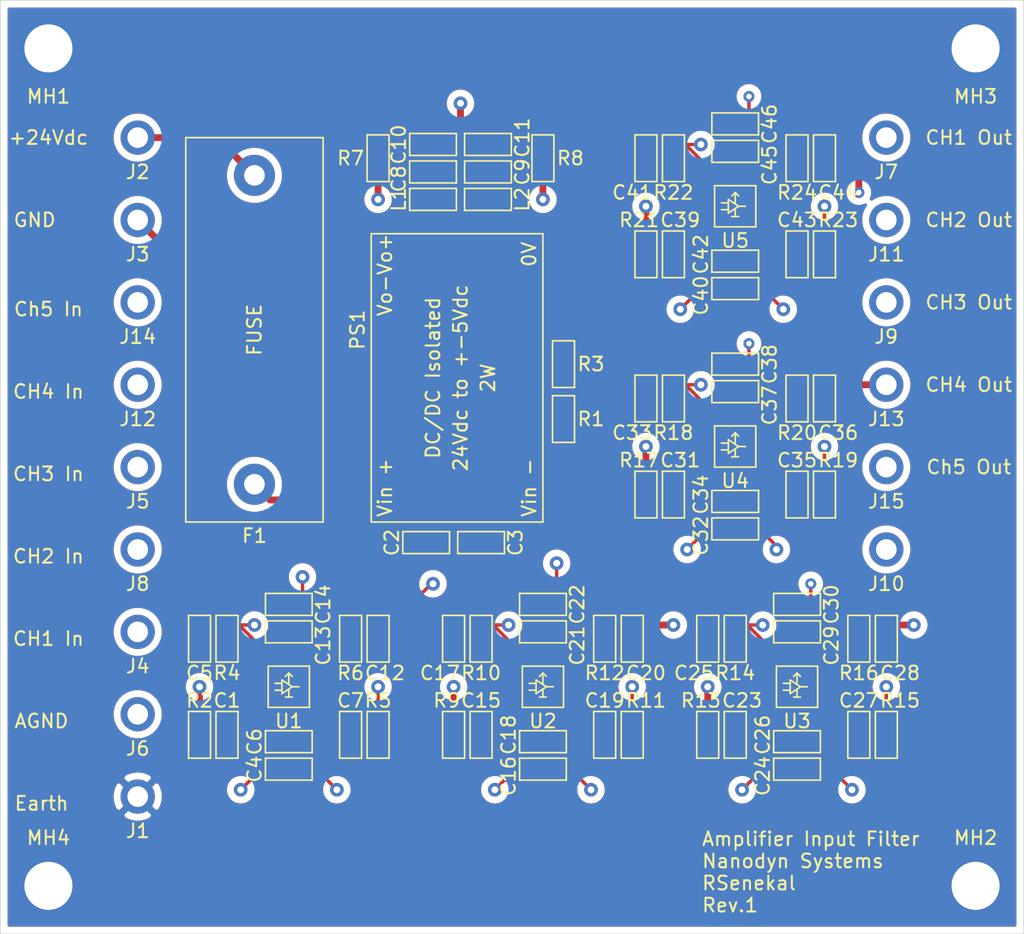
<source format=kicad_pcb>
(kicad_pcb (version 20171130) (host pcbnew "(5.1.5)-3")
  (title_block (title "Amplifier Input Filter") (date 2020-03-04) (rev Rev.1) (company Nanodyn) (comment 1 "Designed by Renard Senekal"))
  (layers (0 F.Cu signal hide) (1 In1.Cu signal hide) (2 In2.Cu signal hide) (3 In3.Cu signal hide) (4 In4.Cu signal hide) (31 B.Cu signal hide) (34 B.Paste user hide) (35 F.Paste user hide) (36 B.SilkS user hide) (37 F.SilkS user) (38 B.Mask user hide) (39 F.Mask user) (44 Edge.Cuts user))
  (net 0 "")
  (net 1 "Net-(C1-Pad2)")
  (net 2 "Net-(C1-Pad1)")
  (net 3 "Net-(C2-Pad1)")
  (net 4 GND)
  (net 5 GNDA)
  (net 6 "Net-(C5-Pad2)")
  (net 7 "Net-(C7-Pad1)")
  (net 8 "Net-(C12-Pad2)")
  (net 9 +5V)
  (net 10 -5V)
  (net 11 "Net-(C12-Pad1)")
  (net 12 "Net-(F1-Pad1)")
  (net 13 Earth)
  (net 14 "Net-(C15-Pad1)")
  (net 15 "Net-(C15-Pad2)")
  (net 16 "Net-(C17-Pad2)")
  (net 17 "Net-(C19-Pad1)")
  (net 18 "Net-(C19-Pad2)")
  (net 19 "Net-(C20-Pad1)")
  (net 20 "Net-(J4-Pad1)")
  (net 21 "Net-(J8-Pad1)")
  (net 22 "Net-(L1-Pad1)")
  (net 23 "Net-(L2-Pad1)")
  (net 24 "Net-(C23-Pad1)")
  (net 25 "Net-(C23-Pad2)")
  (net 26 "Net-(C25-Pad2)")
  (net 27 "Net-(C27-Pad1)")
  (net 28 "Net-(C27-Pad2)")
  (net 29 "Net-(C28-Pad1)")
  (net 30 "Net-(J5-Pad1)")
  (net 31 "Net-(C31-Pad1)")
  (net 32 "Net-(C31-Pad2)")
  (net 33 "Net-(C33-Pad2)")
  (net 34 "Net-(C35-Pad1)")
  (net 35 "Net-(C35-Pad2)")
  (net 36 "Net-(C36-Pad1)")
  (net 37 "Net-(J12-Pad1)")
  (net 38 "Net-(C39-Pad2)")
  (net 39 "Net-(C39-Pad1)")
  (net 40 "Net-(C41-Pad2)")
  (net 41 "Net-(C43-Pad1)")
  (net 42 "Net-(C43-Pad2)")
  (net 43 "Net-(C44-Pad1)")
  (net 44 "Net-(J14-Pad1)")
  (module Amp_Input_Filter:0805 (layer F.Cu) (at 124 122.5 90)
    (fp_text reference C1 (at 2.5 0 180) (layer F.SilkS))
    (fp_text value 15uF)
    (pad 2 smd rect (at 1 0 90) (size 1 1.25) (layers F.Cu F.Mask) (net 1 "Net-(C1-Pad2)"))
    (pad 1 smd rect (at -1 0 90) (size 1 1.25) (layers F.Cu F.Mask) (net 2 "Net-(C1-Pad1)"))
  )
  (module Amp_Input_Filter:0805 (layer F.Cu) (at 138.5 108.5)
    (fp_text reference C2 (at -2.5 0 -90) (layer F.SilkS))
    (fp_text value 1uF)
    (pad 1 smd rect (at -1 0) (size 1 1.25) (layers F.Cu F.Mask) (net 3 "Net-(C2-Pad1)"))
    (pad 2 smd rect (at 1 0) (size 1 1.25) (layers F.Cu F.Mask) (net 4 GND))
  )
  (module Amp_Input_Filter:0805 (layer F.Cu) (at 142.5 108.5)
    (fp_text reference C3 (at 2.5 0 -90) (layer F.SilkS))
    (fp_text value 100nF)
    (pad 2 smd rect (at 1 0) (size 1 1.25) (layers F.Cu F.Mask) (net 4 GND))
    (pad 1 smd rect (at -1 0) (size 1 1.25) (layers F.Cu F.Mask) (net 3 "Net-(C2-Pad1)"))
  )
  (module Amp_Input_Filter:0805 (layer F.Cu) (at 128.5 125)
    (fp_text reference C4 (at -2.5 0 270) (layer F.SilkS))
    (fp_text value 1uF)
    (pad 1 smd rect (at -1 0) (size 1 1.25) (layers F.Cu F.Mask) (net 10 -5V))
    (pad 2 smd rect (at 1 0) (size 1 1.25) (layers F.Cu F.Mask) (net 5 GNDA))
  )
  (module Amp_Input_Filter:0805 (layer F.Cu) (at 122 115.5 90)
    (fp_text reference C5 (at -2.5 0 180) (layer F.SilkS))
    (fp_text value 3.3nF)
    (pad 1 smd rect (at -1 0 90) (size 1 1.25) (layers F.Cu F.Mask) (net 1 "Net-(C1-Pad2)"))
    (pad 2 smd rect (at 1 0 90) (size 1 1.25) (layers F.Cu F.Mask) (net 6 "Net-(C5-Pad2)"))
  )
  (module Amp_Input_Filter:0805 (layer F.Cu) (at 128.5 123)
    (fp_text reference C6 (at -2.5 0 270) (layer F.SilkS))
    (fp_text value 100nF)
    (pad 2 smd rect (at 1 0) (size 1 1.25) (layers F.Cu F.Mask) (net 5 GNDA))
    (pad 1 smd rect (at -1 0) (size 1 1.25) (layers F.Cu F.Mask) (net 10 -5V))
  )
  (module Amp_Input_Filter:0805 (layer F.Cu) (at 133 122.5 90)
    (fp_text reference C7 (at 2.5 0 180) (layer F.SilkS))
    (fp_text value 15uF)
    (pad 1 smd rect (at -1 0 90) (size 1 1.25) (layers F.Cu F.Mask) (net 7 "Net-(C7-Pad1)"))
    (pad 2 smd rect (at 1 0 90) (size 1 1.25) (layers F.Cu F.Mask) (net 8 "Net-(C12-Pad2)"))
  )
  (module Amp_Input_Filter:0805 (layer F.Cu) (at 139 81.5)
    (fp_text reference C8 (at -2.5 0.5 -90) (layer F.SilkS))
    (fp_text value 1uF)
    (pad 1 smd rect (at -1 0) (size 1 1.25) (layers F.Cu F.Mask) (net 9 +5V))
    (pad 2 smd rect (at 1 0) (size 1 1.25) (layers F.Cu F.Mask) (net 5 GNDA))
  )
  (module Amp_Input_Filter:0805 (layer F.Cu) (at 143 81.5)
    (fp_text reference C9 (at 2.5 0 -90) (layer F.SilkS))
    (fp_text value 1uF)
    (pad 1 smd rect (at -1 0) (size 1 1.25) (layers F.Cu F.Mask) (net 5 GNDA))
    (pad 2 smd rect (at 1 0) (size 1 1.25) (layers F.Cu F.Mask) (net 10 -5V))
  )
  (module Amp_Input_Filter:0805 (layer F.Cu) (at 139 79.5)
    (fp_text reference C10 (at -2.5 0 -90) (layer F.SilkS))
    (fp_text value 100nF)
    (pad 2 smd rect (at 1 0) (size 1 1.25) (layers F.Cu F.Mask) (net 5 GNDA))
    (pad 1 smd rect (at -1 0) (size 1 1.25) (layers F.Cu F.Mask) (net 9 +5V))
  )
  (module Amp_Input_Filter:0805 (layer F.Cu) (at 143 79.5)
    (fp_text reference C11 (at 2.5 -0.5 -90) (layer F.SilkS))
    (fp_text value 100nF)
    (pad 2 smd rect (at 1 0) (size 1 1.25) (layers F.Cu F.Mask) (net 10 -5V))
    (pad 1 smd rect (at -1 0) (size 1 1.25) (layers F.Cu F.Mask) (net 5 GNDA))
  )
  (module Amp_Input_Filter:0805 (layer F.Cu) (at 135 115.5 270)
    (fp_text reference C12 (at 2.5 -0.5 180) (layer F.SilkS))
    (fp_text value 3.3nF)
    (pad 1 smd rect (at -1 0 270) (size 1 1.25) (layers F.Cu F.Mask) (net 11 "Net-(C12-Pad1)"))
    (pad 2 smd rect (at 1 0 270) (size 1 1.25) (layers F.Cu F.Mask) (net 8 "Net-(C12-Pad2)"))
  )
  (module Amp_Input_Filter:0805 (layer F.Cu) (at 128.5 115 180)
    (fp_text reference C13 (at -2.5 -1 270) (layer F.SilkS))
    (fp_text value 100nF)
    (pad 2 smd rect (at 1 0 180) (size 1 1.25) (layers F.Cu F.Mask) (net 5 GNDA))
    (pad 1 smd rect (at -1 0 180) (size 1 1.25) (layers F.Cu F.Mask) (net 9 +5V))
  )
  (module Amp_Input_Filter:0805 (layer F.Cu) (at 128.5 113 180)
    (fp_text reference C14 (at -2.5 0 90) (layer F.SilkS))
    (fp_text value 1uF)
    (pad 1 smd rect (at -1 0 180) (size 1 1.25) (layers F.Cu F.Mask) (net 9 +5V))
    (pad 2 smd rect (at 1 0 180) (size 1 1.25) (layers F.Cu F.Mask) (net 5 GNDA))
  )
  (module Amp_Input_Filter:65600001009 (layer F.Cu) (at 126 93 270)
    (fp_text reference F1 (at 15 0 180) (layer F.SilkS))
    (fp_text value 65600001009)
    (fp_text user FUSE (at 0 0 90) (layer F.SilkS))
    (pad 1 thru_hole circle (at -11.25 0 270) (size 3 3) (drill 1.5) (layers *.Cu *.Mask) (net 12 "Net-(F1-Pad1)"))
    (pad 2 thru_hole circle (at 11.25 0 270) (size 3 3) (drill 1.5) (layers *.Cu *.Mask) (net 3 "Net-(C2-Pad1)"))
  )
  (module Amp_Input_Filter:ISP2405 (layer F.Cu) (at 141 96.5 90)
    (fp_text reference PS1 (at 3.5 -7.5 90) (layer F.SilkS))
    (fp_text value ISP2405)
    (fp_text user 2W (at 0 2 90) (layer F.SilkS))
    (fp_text user "DC/DC Isolated" (at 0 -2 90) (layer F.SilkS))
    (fp_text user Vo- (at 6 -5.5 90) (layer F.SilkS))
    (fp_text user "Vin +" (at -8 -5.5 90) (layer F.SilkS))
    (fp_text user 0V (at 9 5 90) (layer F.SilkS))
    (fp_text user "24Vdc to +-5Vdc" (at 0 0 90) (layer F.SilkS))
    (fp_text user Vo+ (at 9 -5.5 90) (layer F.SilkS))
    (fp_text user "Vin -" (at -8 5 90) (layer F.SilkS))
    (pad 3 smd rect (at 6.35 -7.85 180) (size 2 1) (layers F.Cu F.Mask) (net 23 "Net-(L2-Pad1)"))
    (pad 2 smd rect (at -8.89 7.85 180) (size 2 1) (layers F.Cu F.Mask) (net 4 GND))
    (pad "" smd rect (at 6.35 7.85 180) (size 2 1) (layers F.Cu F.Mask))
    (pad 5 smd rect (at 8.89 -7.85 180) (size 2 1) (layers F.Cu F.Mask) (net 22 "Net-(L1-Pad1)"))
    (pad 4 smd rect (at 8.89 7.85 180) (size 2 1) (layers F.Cu F.Mask) (net 5 GNDA))
    (pad 1 smd rect (at -8.89 -7.85 180) (size 2 1) (layers F.Cu F.Mask) (net 3 "Net-(C2-Pad1)"))
  )
  (module Amp_Input_Filter:0805 (layer F.Cu) (at 148.5 99.5 270)
    (fp_text reference R1 (at 0 -2 180) (layer F.SilkS))
    (fp_text value 0)
    (pad 2 smd rect (at 1 0 270) (size 1 1.25) (layers F.Cu F.Mask) (net 4 GND))
    (pad 1 smd rect (at -1 0 270) (size 1 1.25) (layers F.Cu F.Mask) (net 13 Earth))
  )
  (module Amp_Input_Filter:0805 (layer F.Cu) (at 122 122.5 270)
    (fp_text reference R2 (at -2.5 0 180) (layer F.SilkS))
    (fp_text value 1k)
    (pad 1 smd rect (at -1 0 270) (size 1 1.25) (layers F.Cu F.Mask) (net 20 "Net-(J4-Pad1)"))
    (pad 2 smd rect (at 1 0 270) (size 1 1.25) (layers F.Cu F.Mask) (net 2 "Net-(C1-Pad1)"))
  )
  (module Amp_Input_Filter:0805 (layer F.Cu) (at 148.5 95.5 90)
    (fp_text reference R3 (at 0 2 180) (layer F.SilkS))
    (fp_text value 0)
    (pad 1 smd rect (at -1 0 90) (size 1 1.25) (layers F.Cu F.Mask) (net 13 Earth))
    (pad 2 smd rect (at 1 0 90) (size 1 1.25) (layers F.Cu F.Mask) (net 5 GNDA))
  )
  (module Amp_Input_Filter:0805 (layer F.Cu) (at 124 115.5 90)
    (fp_text reference R4 (at -2.5 0 180) (layer F.SilkS))
    (fp_text value 1k)
    (pad 2 smd rect (at 1 0 90) (size 1 1.25) (layers F.Cu F.Mask) (net 6 "Net-(C5-Pad2)"))
    (pad 1 smd rect (at -1 0 90) (size 1 1.25) (layers F.Cu F.Mask) (net 1 "Net-(C1-Pad2)"))
  )
  (module Amp_Input_Filter:0805 (layer F.Cu) (at 135 122.5 270)
    (fp_text reference R5 (at -2.5 0 180) (layer F.SilkS))
    (fp_text value 1k)
    (pad 2 smd rect (at 1 0 270) (size 1 1.25) (layers F.Cu F.Mask) (net 7 "Net-(C7-Pad1)"))
    (pad 1 smd rect (at -1 0 270) (size 1 1.25) (layers F.Cu F.Mask) (net 6 "Net-(C5-Pad2)"))
  )
  (module Amp_Input_Filter:0805 (layer F.Cu) (at 133 115.5 270)
    (fp_text reference R6 (at 2.5 0 180) (layer F.SilkS))
    (fp_text value 1k)
    (pad 2 smd rect (at 1 0 270) (size 1 1.25) (layers F.Cu F.Mask) (net 8 "Net-(C12-Pad2)"))
    (pad 1 smd rect (at -1 0 270) (size 1 1.25) (layers F.Cu F.Mask) (net 11 "Net-(C12-Pad1)"))
  )
  (module Amp_Input_Filter:LTC2051HVIMS8#PBF (layer F.Cu) (at 128.5 119)
    (fp_text reference U1 (at 0 2.5) (layer F.SilkS))
    (fp_text value LTC2051HVIMS8#PBF)
    (pad 2 smd rect (at -2.1705 -0.325 270) (size 0.42 0.889) (layers F.Cu F.Mask) (net 1 "Net-(C1-Pad2)"))
    (pad 1 smd rect (at -2.1705 -0.975 270) (size 0.42 0.889) (layers F.Cu F.Mask) (net 6 "Net-(C5-Pad2)"))
    (pad 3 smd rect (at -2.1705 0.325 270) (size 0.42 0.889) (layers F.Cu F.Mask) (net 5 GNDA))
    (pad 4 smd rect (at -2.1705 0.975 270) (size 0.42 0.889) (layers F.Cu F.Mask) (net 10 -5V))
    (pad 8 smd rect (at 2.1705 -0.975 270) (size 0.42 0.889) (layers F.Cu F.Mask) (net 9 +5V))
    (pad 7 smd rect (at 2.1705 -0.325 270) (size 0.42 0.889) (layers F.Cu F.Mask) (net 11 "Net-(C12-Pad1)"))
    (pad 6 smd rect (at 2.1705 0.325 270) (size 0.42 0.889) (layers F.Cu F.Mask) (net 8 "Net-(C12-Pad2)"))
    (pad 5 smd rect (at 2.1705 0.975 270) (size 0.42 0.889) (layers F.Cu F.Mask) (net 5 GNDA))
  )
  (module Amp_Input_Filter:0805 (layer F.Cu) (at 135 80.5 90)
    (fp_text reference R7 (at 0 -2 180) (layer F.SilkS))
    (fp_text value x)
    (pad 1 smd rect (at -1 0 90) (size 1 1.25) (layers F.Cu F.Mask) (net 9 +5V))
    (pad 2 smd rect (at 1 0 90) (size 1 1.25) (layers F.Cu F.Mask) (net 5 GNDA))
  )
  (module Amp_Input_Filter:0805 (layer F.Cu) (at 147 80.5 270)
    (fp_text reference R8 (at 0 -2 180) (layer F.SilkS))
    (fp_text value x)
    (pad 2 smd rect (at 1 0 270) (size 1 1.25) (layers F.Cu F.Mask) (net 10 -5V))
    (pad 1 smd rect (at -1 0 270) (size 1 1.25) (layers F.Cu F.Mask) (net 5 GNDA))
  )
  (module Amp_Input_Filter:0805 (layer F.Cu) (at 142.5 122.5 90)
    (fp_text reference C15 (at 2.5 0 180) (layer F.SilkS))
    (fp_text value 15uF)
    (pad 1 smd rect (at -1 0 90) (size 1 1.25) (layers F.Cu F.Mask) (net 14 "Net-(C15-Pad1)"))
    (pad 2 smd rect (at 1 0 90) (size 1 1.25) (layers F.Cu F.Mask) (net 15 "Net-(C15-Pad2)"))
  )
  (module Amp_Input_Filter:0805 (layer F.Cu) (at 147 125)
    (fp_text reference C16 (at -2.5 0.5 90) (layer F.SilkS))
    (fp_text value 1uF)
    (pad 2 smd rect (at 1 0) (size 1 1.25) (layers F.Cu F.Mask) (net 5 GNDA))
    (pad 1 smd rect (at -1 0) (size 1 1.25) (layers F.Cu F.Mask) (net 10 -5V))
  )
  (module Amp_Input_Filter:0805 (layer F.Cu) (at 140.5 115.5 90)
    (fp_text reference C17 (at -2.5 -1 180) (layer F.SilkS))
    (fp_text value 3.3nF)
    (pad 1 smd rect (at -1 0 90) (size 1 1.25) (layers F.Cu F.Mask) (net 15 "Net-(C15-Pad2)"))
    (pad 2 smd rect (at 1 0 90) (size 1 1.25) (layers F.Cu F.Mask) (net 16 "Net-(C17-Pad2)"))
  )
  (module Amp_Input_Filter:0805 (layer F.Cu) (at 147 123)
    (fp_text reference C18 (at -2.5 -0.5 90) (layer F.SilkS))
    (fp_text value 100nF)
    (pad 1 smd rect (at -1 0) (size 1 1.25) (layers F.Cu F.Mask) (net 10 -5V))
    (pad 2 smd rect (at 1 0) (size 1 1.25) (layers F.Cu F.Mask) (net 5 GNDA))
  )
  (module Amp_Input_Filter:0805 (layer F.Cu) (at 151.5 122.5 90)
    (fp_text reference C19 (at 2.5 0 180) (layer F.SilkS))
    (fp_text value 15uF)
    (pad 1 smd rect (at -1 0 90) (size 1 1.25) (layers F.Cu F.Mask) (net 17 "Net-(C19-Pad1)"))
    (pad 2 smd rect (at 1 0 90) (size 1 1.25) (layers F.Cu F.Mask) (net 18 "Net-(C19-Pad2)"))
  )
  (module Amp_Input_Filter:0805 (layer F.Cu) (at 153.5 115.5 270)
    (fp_text reference C20 (at 2.5 -1 180) (layer F.SilkS))
    (fp_text value 3.3nF)
    (pad 1 smd rect (at -1 0 270) (size 1 1.25) (layers F.Cu F.Mask) (net 19 "Net-(C20-Pad1)"))
    (pad 2 smd rect (at 1 0 270) (size 1 1.25) (layers F.Cu F.Mask) (net 18 "Net-(C19-Pad2)"))
  )
  (module Amp_Input_Filter:0805 (layer F.Cu) (at 147 115 180)
    (fp_text reference C21 (at -2.5 -1 90) (layer F.SilkS))
    (fp_text value 100nF)
    (pad 1 smd rect (at -1 0 180) (size 1 1.25) (layers F.Cu F.Mask) (net 9 +5V))
    (pad 2 smd rect (at 1 0 180) (size 1 1.25) (layers F.Cu F.Mask) (net 5 GNDA))
  )
  (module Amp_Input_Filter:0805 (layer F.Cu) (at 147 113 180)
    (fp_text reference C22 (at -2.5 0 90) (layer F.SilkS))
    (fp_text value 1uF)
    (pad 2 smd rect (at 1 0 180) (size 1 1.25) (layers F.Cu F.Mask) (net 5 GNDA))
    (pad 1 smd rect (at -1 0 180) (size 1 1.25) (layers F.Cu F.Mask) (net 9 +5V))
  )
  (module Amp_Input_Filter:Tab_S (layer F.Cu) (at 117.5 79)
    (fp_text reference J2 (at 0 2.5) (layer F.SilkS))
    (fp_text value Tab_S)
    (pad 1 thru_hole circle (at 0 0) (size 2.5 2.5) (drill 1.5) (layers *.Cu *.Mask) (net 12 "Net-(F1-Pad1)"))
  )
  (module Amp_Input_Filter:Tab_S (layer F.Cu) (at 117.5 85)
    (fp_text reference J3 (at 0 2.5) (layer F.SilkS))
    (fp_text value Tab_S)
    (pad 1 thru_hole circle (at 0 0) (size 2.5 2.5) (drill 1.5) (layers *.Cu *.Mask) (net 4 GND))
  )
  (module Amp_Input_Filter:0805 (layer F.Cu) (at 139 83.5 180)
    (fp_text reference L1 (at 2.5 0 270) (layer F.SilkS))
    (fp_text value L0805)
    (pad 2 smd rect (at 1 0 180) (size 1 1.25) (layers F.Cu F.Mask) (net 9 +5V))
    (pad 1 smd rect (at -1 0 180) (size 1 1.25) (layers F.Cu F.Mask) (net 22 "Net-(L1-Pad1)"))
  )
  (module Amp_Input_Filter:0805 (layer F.Cu) (at 143 83.5)
    (fp_text reference L2 (at 2.5 0 270) (layer F.SilkS))
    (fp_text value L0805)
    (pad 1 smd rect (at -1 0) (size 1 1.25) (layers F.Cu F.Mask) (net 23 "Net-(L2-Pad1)"))
    (pad 2 smd rect (at 1 0) (size 1 1.25) (layers F.Cu F.Mask) (net 10 -5V))
  )
  (module Amp_Input_Filter:0805 (layer F.Cu) (at 140.5 122.5 270)
    (fp_text reference R9 (at -2.5 0.5 180) (layer F.SilkS))
    (fp_text value 1k)
    (pad 2 smd rect (at 1 0 270) (size 1 1.25) (layers F.Cu F.Mask) (net 14 "Net-(C15-Pad1)"))
    (pad 1 smd rect (at -1 0 270) (size 1 1.25) (layers F.Cu F.Mask) (net 21 "Net-(J8-Pad1)"))
  )
  (module Amp_Input_Filter:0805 (layer F.Cu) (at 142.5 115.5 90)
    (fp_text reference R10 (at -2.5 0 180) (layer F.SilkS))
    (fp_text value 1k)
    (pad 2 smd rect (at 1 0 90) (size 1 1.25) (layers F.Cu F.Mask) (net 16 "Net-(C17-Pad2)"))
    (pad 1 smd rect (at -1 0 90) (size 1 1.25) (layers F.Cu F.Mask) (net 15 "Net-(C15-Pad2)"))
  )
  (module Amp_Input_Filter:0805 (layer F.Cu) (at 153.5 122.5 270)
    (fp_text reference R11 (at -2.5 -1 180) (layer F.SilkS))
    (fp_text value 1k)
    (pad 2 smd rect (at 1 0 270) (size 1 1.25) (layers F.Cu F.Mask) (net 17 "Net-(C19-Pad1)"))
    (pad 1 smd rect (at -1 0 270) (size 1 1.25) (layers F.Cu F.Mask) (net 16 "Net-(C17-Pad2)"))
  )
  (module Amp_Input_Filter:0805 (layer F.Cu) (at 151.5 115.5 270)
    (fp_text reference R12 (at 2.5 0 180) (layer F.SilkS))
    (fp_text value 1k)
    (pad 2 smd rect (at 1 0 270) (size 1 1.25) (layers F.Cu F.Mask) (net 18 "Net-(C19-Pad2)"))
    (pad 1 smd rect (at -1 0 270) (size 1 1.25) (layers F.Cu F.Mask) (net 19 "Net-(C20-Pad1)"))
  )
  (module Amp_Input_Filter:LTC2051HVIMS8#PBF (layer F.Cu) (at 147 119)
    (fp_text reference U2 (at 0 2.5) (layer F.SilkS))
    (fp_text value LTC2051HVIMS8#PBF)
    (pad 2 smd rect (at -2.1705 -0.325 270) (size 0.42 0.889) (layers F.Cu F.Mask) (net 15 "Net-(C15-Pad2)"))
    (pad 1 smd rect (at -2.1705 -0.975 270) (size 0.42 0.889) (layers F.Cu F.Mask) (net 16 "Net-(C17-Pad2)"))
    (pad 3 smd rect (at -2.1705 0.325 270) (size 0.42 0.889) (layers F.Cu F.Mask) (net 5 GNDA))
    (pad 4 smd rect (at -2.1705 0.975 270) (size 0.42 0.889) (layers F.Cu F.Mask) (net 10 -5V))
    (pad 8 smd rect (at 2.1705 -0.975 270) (size 0.42 0.889) (layers F.Cu F.Mask) (net 9 +5V))
    (pad 7 smd rect (at 2.1705 -0.325 270) (size 0.42 0.889) (layers F.Cu F.Mask) (net 19 "Net-(C20-Pad1)"))
    (pad 6 smd rect (at 2.1705 0.325 270) (size 0.42 0.889) (layers F.Cu F.Mask) (net 18 "Net-(C19-Pad2)"))
    (pad 5 smd rect (at 2.1705 0.975 270) (size 0.42 0.889) (layers F.Cu F.Mask) (net 5 GNDA))
  )
  (module Amp_Input_Filter:0805 (layer F.Cu) (at 161 122.5 90)
    (fp_text reference C23 (at 2.5 0.5 180) (layer F.SilkS))
    (fp_text value 15uF)
    (pad 1 smd rect (at -1 0 90) (size 1 1.25) (layers F.Cu F.Mask) (net 24 "Net-(C23-Pad1)"))
    (pad 2 smd rect (at 1 0 90) (size 1 1.25) (layers F.Cu F.Mask) (net 25 "Net-(C23-Pad2)"))
  )
  (module Amp_Input_Filter:0805 (layer F.Cu) (at 165.5 125)
    (fp_text reference C24 (at -2.5 0.5 90) (layer F.SilkS))
    (fp_text value 1uF)
    (pad 1 smd rect (at -1 0) (size 1 1.25) (layers F.Cu F.Mask) (net 10 -5V))
    (pad 2 smd rect (at 1 0) (size 1 1.25) (layers F.Cu F.Mask) (net 5 GNDA))
  )
  (module Amp_Input_Filter:0805 (layer F.Cu) (at 159 115.5 90)
    (fp_text reference C25 (at -2.5 -1 180) (layer F.SilkS))
    (fp_text value 3.3nF)
    (pad 1 smd rect (at -1 0 90) (size 1 1.25) (layers F.Cu F.Mask) (net 25 "Net-(C23-Pad2)"))
    (pad 2 smd rect (at 1 0 90) (size 1 1.25) (layers F.Cu F.Mask) (net 26 "Net-(C25-Pad2)"))
  )
  (module Amp_Input_Filter:0805 (layer F.Cu) (at 165.5 123)
    (fp_text reference C26 (at -2.5 -0.5 90) (layer F.SilkS))
    (fp_text value 100nF)
    (pad 2 smd rect (at 1 0) (size 1 1.25) (layers F.Cu F.Mask) (net 5 GNDA))
    (pad 1 smd rect (at -1 0) (size 1 1.25) (layers F.Cu F.Mask) (net 10 -5V))
  )
  (module Amp_Input_Filter:0805 (layer F.Cu) (at 170 122.5 90)
    (fp_text reference C27 (at 2.5 0 180) (layer F.SilkS))
    (fp_text value 15uF)
    (pad 1 smd rect (at -1 0 90) (size 1 1.25) (layers F.Cu F.Mask) (net 27 "Net-(C27-Pad1)"))
    (pad 2 smd rect (at 1 0 90) (size 1 1.25) (layers F.Cu F.Mask) (net 28 "Net-(C27-Pad2)"))
  )
  (module Amp_Input_Filter:0805 (layer F.Cu) (at 172 115.5 270)
    (fp_text reference C28 (at 2.5 -1 180) (layer F.SilkS))
    (fp_text value 3.3nF)
    (pad 1 smd rect (at -1 0 270) (size 1 1.25) (layers F.Cu F.Mask) (net 29 "Net-(C28-Pad1)"))
    (pad 2 smd rect (at 1 0 270) (size 1 1.25) (layers F.Cu F.Mask) (net 28 "Net-(C27-Pad2)"))
  )
  (module Amp_Input_Filter:0805 (layer F.Cu) (at 165.5 115 180)
    (fp_text reference C29 (at -2.5 -1 90) (layer F.SilkS))
    (fp_text value 100nF)
    (pad 2 smd rect (at 1 0 180) (size 1 1.25) (layers F.Cu F.Mask) (net 5 GNDA))
    (pad 1 smd rect (at -1 0 180) (size 1 1.25) (layers F.Cu F.Mask) (net 9 +5V))
  )
  (module Amp_Input_Filter:0805 (layer F.Cu) (at 165.5 113 180)
    (fp_text reference C30 (at -2.5 0 90) (layer F.SilkS))
    (fp_text value 1uF)
    (pad 1 smd rect (at -1 0 180) (size 1 1.25) (layers F.Cu F.Mask) (net 9 +5V))
    (pad 2 smd rect (at 1 0 180) (size 1 1.25) (layers F.Cu F.Mask) (net 5 GNDA))
  )
  (module Amp_Input_Filter:Tab_S (layer F.Cu) (at 117.5 127)
    (fp_text reference J1 (at 0 2.5) (layer F.SilkS))
    (fp_text value Tab_S)
    (pad 1 thru_hole circle (at 0 0) (size 2.5 2.5) (drill 1.5) (layers *.Cu *.Mask) (net 13 Earth))
  )
  (module Amp_Input_Filter:Tab_S (layer F.Cu) (at 117.5 115)
    (fp_text reference J4 (at 0 2.5) (layer F.SilkS))
    (fp_text value Tab_S)
    (pad 1 thru_hole circle (at 0 0) (size 2.5 2.5) (drill 1.5) (layers *.Cu *.Mask) (net 20 "Net-(J4-Pad1)"))
  )
  (module Amp_Input_Filter:Tab_S (layer F.Cu) (at 117.5 103)
    (fp_text reference J5 (at 0 2.5) (layer F.SilkS))
    (fp_text value Tab_S)
    (pad 1 thru_hole circle (at 0 0) (size 2.5 2.5) (drill 1.5) (layers *.Cu *.Mask) (net 30 "Net-(J5-Pad1)"))
  )
  (module Amp_Input_Filter:Tab_S (layer F.Cu) (at 117.5 121)
    (fp_text reference J6 (at 0 2.5) (layer F.SilkS))
    (fp_text value Tab_S)
    (pad 1 thru_hole circle (at 0 0) (size 2.5 2.5) (drill 1.5) (layers *.Cu *.Mask) (net 5 GNDA))
  )
  (module Amp_Input_Filter:Tab_S (layer F.Cu) (at 172 79)
    (fp_text reference J7 (at 0 2.5) (layer F.SilkS))
    (fp_text value Tab_S)
    (pad 1 thru_hole circle (at 0 0) (size 2.5 2.5) (drill 1.5) (layers *.Cu *.Mask) (net 11 "Net-(C12-Pad1)"))
  )
  (module Amp_Input_Filter:Tab_S (layer F.Cu) (at 117.5 109)
    (fp_text reference J8 (at 0 2.5) (layer F.SilkS))
    (fp_text value Tab_S)
    (pad 1 thru_hole circle (at 0 0) (size 2.5 2.5) (drill 1.5) (layers *.Cu *.Mask) (net 21 "Net-(J8-Pad1)"))
  )
  (module Amp_Input_Filter:Tab_S (layer F.Cu) (at 172 91)
    (fp_text reference J9 (at 0 2.5 180) (layer F.SilkS))
    (fp_text value Tab_S)
    (pad 1 thru_hole circle (at 0 0) (size 2.5 2.5) (drill 1.5) (layers *.Cu *.Mask) (net 29 "Net-(C28-Pad1)"))
  )
  (module Amp_Input_Filter:Tab_S (layer F.Cu) (at 172 85)
    (fp_text reference J11 (at 0 2.5) (layer F.SilkS))
    (fp_text value Tab_S)
    (pad 1 thru_hole circle (at 0 0) (size 2.5 2.5) (drill 1.5) (layers *.Cu *.Mask) (net 19 "Net-(C20-Pad1)"))
  )
  (module Amp_Input_Filter:0805 (layer F.Cu) (at 159 122.5 270)
    (fp_text reference R13 (at -2.5 0.5 180) (layer F.SilkS))
    (fp_text value 1k)
    (pad 2 smd rect (at 1 0 270) (size 1 1.25) (layers F.Cu F.Mask) (net 24 "Net-(C23-Pad1)"))
    (pad 1 smd rect (at -1 0 270) (size 1 1.25) (layers F.Cu F.Mask) (net 30 "Net-(J5-Pad1)"))
  )
  (module Amp_Input_Filter:0805 (layer F.Cu) (at 161 115.5 90)
    (fp_text reference R14 (at -2.5 0 180) (layer F.SilkS))
    (fp_text value 1k)
    (pad 2 smd rect (at 1 0 90) (size 1 1.25) (layers F.Cu F.Mask) (net 26 "Net-(C25-Pad2)"))
    (pad 1 smd rect (at -1 0 90) (size 1 1.25) (layers F.Cu F.Mask) (net 25 "Net-(C23-Pad2)"))
  )
  (module Amp_Input_Filter:0805 (layer F.Cu) (at 172 122.5 270)
    (fp_text reference R15 (at -2.5 -1 180) (layer F.SilkS))
    (fp_text value 1k)
    (pad 2 smd rect (at 1 0 270) (size 1 1.25) (layers F.Cu F.Mask) (net 27 "Net-(C27-Pad1)"))
    (pad 1 smd rect (at -1 0 270) (size 1 1.25) (layers F.Cu F.Mask) (net 26 "Net-(C25-Pad2)"))
  )
  (module Amp_Input_Filter:0805 (layer F.Cu) (at 170 115.5 270)
    (fp_text reference R16 (at 2.5 0 180) (layer F.SilkS))
    (fp_text value 1k)
    (pad 2 smd rect (at 1 0 270) (size 1 1.25) (layers F.Cu F.Mask) (net 28 "Net-(C27-Pad2)"))
    (pad 1 smd rect (at -1 0 270) (size 1 1.25) (layers F.Cu F.Mask) (net 29 "Net-(C28-Pad1)"))
  )
  (module Amp_Input_Filter:LTC2051HVIMS8#PBF (layer F.Cu) (at 165.5 119)
    (fp_text reference U3 (at 0 2.5) (layer F.SilkS))
    (fp_text value LTC2051HVIMS8#PBF)
    (pad 2 smd rect (at -2.1705 -0.325 270) (size 0.42 0.889) (layers F.Cu F.Mask) (net 25 "Net-(C23-Pad2)"))
    (pad 1 smd rect (at -2.1705 -0.975 270) (size 0.42 0.889) (layers F.Cu F.Mask) (net 26 "Net-(C25-Pad2)"))
    (pad 3 smd rect (at -2.1705 0.325 270) (size 0.42 0.889) (layers F.Cu F.Mask) (net 5 GNDA))
    (pad 4 smd rect (at -2.1705 0.975 270) (size 0.42 0.889) (layers F.Cu F.Mask) (net 10 -5V))
    (pad 8 smd rect (at 2.1705 -0.975 270) (size 0.42 0.889) (layers F.Cu F.Mask) (net 9 +5V))
    (pad 7 smd rect (at 2.1705 -0.325 270) (size 0.42 0.889) (layers F.Cu F.Mask) (net 29 "Net-(C28-Pad1)"))
    (pad 6 smd rect (at 2.1705 0.325 270) (size 0.42 0.889) (layers F.Cu F.Mask) (net 28 "Net-(C27-Pad2)"))
    (pad 5 smd rect (at 2.1705 0.975 270) (size 0.42 0.889) (layers F.Cu F.Mask) (net 5 GNDA))
  )
  (module Amp_Input_Filter:0805 (layer F.Cu) (at 156.5 105 90)
    (fp_text reference C31 (at 2.5 0.5 180) (layer F.SilkS))
    (fp_text value 15uF)
    (pad 1 smd rect (at -1 0 90) (size 1 1.25) (layers F.Cu F.Mask) (net 31 "Net-(C31-Pad1)"))
    (pad 2 smd rect (at 1 0 90) (size 1 1.25) (layers F.Cu F.Mask) (net 32 "Net-(C31-Pad2)"))
  )
  (module Amp_Input_Filter:0805 (layer F.Cu) (at 161 107.5)
    (fp_text reference C32 (at -2.5 0.5 90) (layer F.SilkS))
    (fp_text value 1uF)
    (pad 2 smd rect (at 1 0) (size 1 1.25) (layers F.Cu F.Mask) (net 5 GNDA))
    (pad 1 smd rect (at -1 0) (size 1 1.25) (layers F.Cu F.Mask) (net 10 -5V))
  )
  (module Amp_Input_Filter:0805 (layer F.Cu) (at 154.5 98 90)
    (fp_text reference C33 (at -2.5 -1 180) (layer F.SilkS))
    (fp_text value 3.3nF)
    (pad 1 smd rect (at -1 0 90) (size 1 1.25) (layers F.Cu F.Mask) (net 32 "Net-(C31-Pad2)"))
    (pad 2 smd rect (at 1 0 90) (size 1 1.25) (layers F.Cu F.Mask) (net 33 "Net-(C33-Pad2)"))
  )
  (module Amp_Input_Filter:0805 (layer F.Cu) (at 161 105.5)
    (fp_text reference C34 (at -2.5 -0.5 90) (layer F.SilkS))
    (fp_text value 100nF)
    (pad 1 smd rect (at -1 0) (size 1 1.25) (layers F.Cu F.Mask) (net 10 -5V))
    (pad 2 smd rect (at 1 0) (size 1 1.25) (layers F.Cu F.Mask) (net 5 GNDA))
  )
  (module Amp_Input_Filter:0805 (layer F.Cu) (at 165.5 105 90)
    (fp_text reference C35 (at 2.5 0 180) (layer F.SilkS))
    (fp_text value 15uF)
    (pad 1 smd rect (at -1 0 90) (size 1 1.25) (layers F.Cu F.Mask) (net 34 "Net-(C35-Pad1)"))
    (pad 2 smd rect (at 1 0 90) (size 1 1.25) (layers F.Cu F.Mask) (net 35 "Net-(C35-Pad2)"))
  )
  (module Amp_Input_Filter:0805 (layer F.Cu) (at 167.5 98 270)
    (fp_text reference C36 (at 2.5 -1 180) (layer F.SilkS))
    (fp_text value 3.3nF)
    (pad 1 smd rect (at -1 0 270) (size 1 1.25) (layers F.Cu F.Mask) (net 36 "Net-(C36-Pad1)"))
    (pad 2 smd rect (at 1 0 270) (size 1 1.25) (layers F.Cu F.Mask) (net 35 "Net-(C35-Pad2)"))
  )
  (module Amp_Input_Filter:0805 (layer F.Cu) (at 161 97.5 180)
    (fp_text reference C37 (at -2.5 -1 90) (layer F.SilkS))
    (fp_text value 100nF)
    (pad 1 smd rect (at -1 0 180) (size 1 1.25) (layers F.Cu F.Mask) (net 9 +5V))
    (pad 2 smd rect (at 1 0 180) (size 1 1.25) (layers F.Cu F.Mask) (net 5 GNDA))
  )
  (module Amp_Input_Filter:0805 (layer F.Cu) (at 161 95.5 180)
    (fp_text reference C38 (at -2.5 0 90) (layer F.SilkS))
    (fp_text value 1uF)
    (pad 2 smd rect (at 1 0 180) (size 1 1.25) (layers F.Cu F.Mask) (net 5 GNDA))
    (pad 1 smd rect (at -1 0 180) (size 1 1.25) (layers F.Cu F.Mask) (net 9 +5V))
  )
  (module Amp_Input_Filter:Tab_S (layer F.Cu) (at 172 109)
    (fp_text reference J10 (at 0 2.5) (layer F.SilkS))
    (fp_text value Tab_S)
    (pad 1 thru_hole circle (at 0 0) (size 2.5 2.5) (drill 1.5) (layers *.Cu *.Mask) (net 5 GNDA))
  )
  (module Amp_Input_Filter:Tab_S (layer F.Cu) (at 117.5 97)
    (fp_text reference J12 (at 0 2.5) (layer F.SilkS))
    (fp_text value Tab_S)
    (pad 1 thru_hole circle (at 0 0) (size 2.5 2.5) (drill 1.5) (layers *.Cu *.Mask) (net 37 "Net-(J12-Pad1)"))
  )
  (module Amp_Input_Filter:Tab_S (layer F.Cu) (at 172 97)
    (fp_text reference J13 (at 0 2.5) (layer F.SilkS))
    (fp_text value Tab_S)
    (pad 1 thru_hole circle (at 0 0) (size 2.5 2.5) (drill 1.5) (layers *.Cu *.Mask) (net 36 "Net-(C36-Pad1)"))
  )
  (module Amp_Input_Filter:0805 (layer F.Cu) (at 154.5 105 270)
    (fp_text reference R17 (at -2.5 0.5 180) (layer F.SilkS))
    (fp_text value 1k)
    (pad 2 smd rect (at 1 0 270) (size 1 1.25) (layers F.Cu F.Mask) (net 31 "Net-(C31-Pad1)"))
    (pad 1 smd rect (at -1 0 270) (size 1 1.25) (layers F.Cu F.Mask) (net 37 "Net-(J12-Pad1)"))
  )
  (module Amp_Input_Filter:0805 (layer F.Cu) (at 156.5 98 90)
    (fp_text reference R18 (at -2.5 0 180) (layer F.SilkS))
    (fp_text value 1k)
    (pad 2 smd rect (at 1 0 90) (size 1 1.25) (layers F.Cu F.Mask) (net 33 "Net-(C33-Pad2)"))
    (pad 1 smd rect (at -1 0 90) (size 1 1.25) (layers F.Cu F.Mask) (net 32 "Net-(C31-Pad2)"))
  )
  (module Amp_Input_Filter:0805 (layer F.Cu) (at 167.5 105 270)
    (fp_text reference R19 (at -2.5 -1 180) (layer F.SilkS))
    (fp_text value 1k)
    (pad 2 smd rect (at 1 0 270) (size 1 1.25) (layers F.Cu F.Mask) (net 34 "Net-(C35-Pad1)"))
    (pad 1 smd rect (at -1 0 270) (size 1 1.25) (layers F.Cu F.Mask) (net 33 "Net-(C33-Pad2)"))
  )
  (module Amp_Input_Filter:0805 (layer F.Cu) (at 165.5 98 270)
    (fp_text reference R20 (at 2.5 0 180) (layer F.SilkS))
    (fp_text value 1k)
    (pad 2 smd rect (at 1 0 270) (size 1 1.25) (layers F.Cu F.Mask) (net 35 "Net-(C35-Pad2)"))
    (pad 1 smd rect (at -1 0 270) (size 1 1.25) (layers F.Cu F.Mask) (net 36 "Net-(C36-Pad1)"))
  )
  (module Amp_Input_Filter:LTC2051HVIMS8#PBF (layer F.Cu) (at 161 101.5)
    (fp_text reference U4 (at 0 2.5) (layer F.SilkS))
    (fp_text value LTC2051HVIMS8#PBF)
    (pad 2 smd rect (at -2.1705 -0.325 270) (size 0.42 0.889) (layers F.Cu F.Mask) (net 32 "Net-(C31-Pad2)"))
    (pad 1 smd rect (at -2.1705 -0.975 270) (size 0.42 0.889) (layers F.Cu F.Mask) (net 33 "Net-(C33-Pad2)"))
    (pad 3 smd rect (at -2.1705 0.325 270) (size 0.42 0.889) (layers F.Cu F.Mask) (net 5 GNDA))
    (pad 4 smd rect (at -2.1705 0.975 270) (size 0.42 0.889) (layers F.Cu F.Mask) (net 10 -5V))
    (pad 8 smd rect (at 2.1705 -0.975 270) (size 0.42 0.889) (layers F.Cu F.Mask) (net 9 +5V))
    (pad 7 smd rect (at 2.1705 -0.325 270) (size 0.42 0.889) (layers F.Cu F.Mask) (net 36 "Net-(C36-Pad1)"))
    (pad 6 smd rect (at 2.1705 0.325 270) (size 0.42 0.889) (layers F.Cu F.Mask) (net 35 "Net-(C35-Pad2)"))
    (pad 5 smd rect (at 2.1705 0.975 270) (size 0.42 0.889) (layers F.Cu F.Mask) (net 5 GNDA))
  )
  (module Amp_Input_Filter:0805 (layer F.Cu) (at 156.5 87.5 90)
    (fp_text reference C39 (at 2.5 0.5 180) (layer F.SilkS))
    (fp_text value 15uF)
    (pad 2 smd rect (at 1 0 90) (size 1 1.25) (layers F.Cu F.Mask) (net 38 "Net-(C39-Pad2)"))
    (pad 1 smd rect (at -1 0 90) (size 1 1.25) (layers F.Cu F.Mask) (net 39 "Net-(C39-Pad1)"))
  )
  (module Amp_Input_Filter:0805 (layer F.Cu) (at 161 90)
    (fp_text reference C40 (at -2.5 0.5 90) (layer F.SilkS))
    (fp_text value 1uF)
    (pad 1 smd rect (at -1 0) (size 1 1.25) (layers F.Cu F.Mask) (net 10 -5V))
    (pad 2 smd rect (at 1 0) (size 1 1.25) (layers F.Cu F.Mask) (net 5 GNDA))
  )
  (module Amp_Input_Filter:0805 (layer F.Cu) (at 154.5 80.5 90)
    (fp_text reference C41 (at -2.5 -1 180) (layer F.SilkS))
    (fp_text value 3.3nF)
    (pad 2 smd rect (at 1 0 90) (size 1 1.25) (layers F.Cu F.Mask) (net 40 "Net-(C41-Pad2)"))
    (pad 1 smd rect (at -1 0 90) (size 1 1.25) (layers F.Cu F.Mask) (net 38 "Net-(C39-Pad2)"))
  )
  (module Amp_Input_Filter:0805 (layer F.Cu) (at 161 88)
    (fp_text reference C42 (at -2.5 -0.5 90) (layer F.SilkS))
    (fp_text value 100nF)
    (pad 2 smd rect (at 1 0) (size 1 1.25) (layers F.Cu F.Mask) (net 5 GNDA))
    (pad 1 smd rect (at -1 0) (size 1 1.25) (layers F.Cu F.Mask) (net 10 -5V))
  )
  (module Amp_Input_Filter:0805 (layer F.Cu) (at 165.5 87.5 90)
    (fp_text reference C43 (at 2.5 0 180) (layer F.SilkS))
    (fp_text value 15uF)
    (pad 1 smd rect (at -1 0 90) (size 1 1.25) (layers F.Cu F.Mask) (net 41 "Net-(C43-Pad1)"))
    (pad 2 smd rect (at 1 0 90) (size 1 1.25) (layers F.Cu F.Mask) (net 42 "Net-(C43-Pad2)"))
  )
  (module Amp_Input_Filter:0805 (layer F.Cu) (at 167.5 80.5 270)
    (fp_text reference C44 (at 2.5 -1 180) (layer F.SilkS))
    (fp_text value 3.3nF)
    (pad 1 smd rect (at -1 0 270) (size 1 1.25) (layers F.Cu F.Mask) (net 43 "Net-(C44-Pad1)"))
    (pad 2 smd rect (at 1 0 270) (size 1 1.25) (layers F.Cu F.Mask) (net 42 "Net-(C43-Pad2)"))
  )
  (module Amp_Input_Filter:0805 (layer F.Cu) (at 161 80 180)
    (fp_text reference C45 (at -2.5 -1 90) (layer F.SilkS))
    (fp_text value 100nF)
    (pad 2 smd rect (at 1 0 180) (size 1 1.25) (layers F.Cu F.Mask) (net 5 GNDA))
    (pad 1 smd rect (at -1 0 180) (size 1 1.25) (layers F.Cu F.Mask) (net 9 +5V))
  )
  (module Amp_Input_Filter:0805 (layer F.Cu) (at 161 78 180)
    (fp_text reference C46 (at -2.5 0 90) (layer F.SilkS))
    (fp_text value 1uF)
    (pad 1 smd rect (at -1 0 180) (size 1 1.25) (layers F.Cu F.Mask) (net 9 +5V))
    (pad 2 smd rect (at 1 0 180) (size 1 1.25) (layers F.Cu F.Mask) (net 5 GNDA))
  )
  (module Amp_Input_Filter:Tab_S (layer F.Cu) (at 117.5 91)
    (fp_text reference J14 (at 0 2.5) (layer F.SilkS))
    (fp_text value Tab_S)
    (pad 1 thru_hole circle (at 0 0) (size 2.5 2.5) (drill 1.5) (layers *.Cu *.Mask) (net 44 "Net-(J14-Pad1)"))
  )
  (module Amp_Input_Filter:Tab_S (layer F.Cu) (at 172 103)
    (fp_text reference J15 (at 0 2.5) (layer F.SilkS))
    (fp_text value Tab_S)
    (pad 1 thru_hole circle (at 0 0) (size 2.5 2.5) (drill 1.5) (layers *.Cu *.Mask) (net 43 "Net-(C44-Pad1)"))
  )
  (module Amp_Input_Filter:0805 (layer F.Cu) (at 154.5 87.5 270)
    (fp_text reference R21 (at -2.5 0.5 180) (layer F.SilkS))
    (fp_text value 1k)
    (pad 1 smd rect (at -1 0 270) (size 1 1.25) (layers F.Cu F.Mask) (net 44 "Net-(J14-Pad1)"))
    (pad 2 smd rect (at 1 0 270) (size 1 1.25) (layers F.Cu F.Mask) (net 39 "Net-(C39-Pad1)"))
  )
  (module Amp_Input_Filter:0805 (layer F.Cu) (at 156.5 80.5 90)
    (fp_text reference R22 (at -2.5 0 180) (layer F.SilkS))
    (fp_text value 1k)
    (pad 1 smd rect (at -1 0 90) (size 1 1.25) (layers F.Cu F.Mask) (net 38 "Net-(C39-Pad2)"))
    (pad 2 smd rect (at 1 0 90) (size 1 1.25) (layers F.Cu F.Mask) (net 40 "Net-(C41-Pad2)"))
  )
  (module Amp_Input_Filter:0805 (layer F.Cu) (at 167.5 87.5 270)
    (fp_text reference R23 (at -2.5 -1 180) (layer F.SilkS))
    (fp_text value 1k)
    (pad 2 smd rect (at 1 0 270) (size 1 1.25) (layers F.Cu F.Mask) (net 41 "Net-(C43-Pad1)"))
    (pad 1 smd rect (at -1 0 270) (size 1 1.25) (layers F.Cu F.Mask) (net 40 "Net-(C41-Pad2)"))
  )
  (module Amp_Input_Filter:0805 (layer F.Cu) (at 165.5 80.5 270)
    (fp_text reference R24 (at 2.5 0 180) (layer F.SilkS))
    (fp_text value 1k)
    (pad 2 smd rect (at 1 0 270) (size 1 1.25) (layers F.Cu F.Mask) (net 42 "Net-(C43-Pad2)"))
    (pad 1 smd rect (at -1 0 270) (size 1 1.25) (layers F.Cu F.Mask) (net 43 "Net-(C44-Pad1)"))
  )
  (module Amp_Input_Filter:LTC2051HVIMS8#PBF (layer F.Cu) (at 161 84)
    (fp_text reference U5 (at 0 2.5) (layer F.SilkS))
    (fp_text value LTC2051HVIMS8#PBF)
    (pad 2 smd rect (at -2.1705 -0.325 270) (size 0.42 0.889) (layers F.Cu F.Mask) (net 38 "Net-(C39-Pad2)"))
    (pad 1 smd rect (at -2.1705 -0.975 270) (size 0.42 0.889) (layers F.Cu F.Mask) (net 40 "Net-(C41-Pad2)"))
    (pad 3 smd rect (at -2.1705 0.325 270) (size 0.42 0.889) (layers F.Cu F.Mask) (net 5 GNDA))
    (pad 4 smd rect (at -2.1705 0.975 270) (size 0.42 0.889) (layers F.Cu F.Mask) (net 10 -5V))
    (pad 8 smd rect (at 2.1705 -0.975 270) (size 0.42 0.889) (layers F.Cu F.Mask) (net 9 +5V))
    (pad 7 smd rect (at 2.1705 -0.325 270) (size 0.42 0.889) (layers F.Cu F.Mask) (net 43 "Net-(C44-Pad1)"))
    (pad 6 smd rect (at 2.1705 0.325 270) (size 0.42 0.889) (layers F.Cu F.Mask) (net 42 "Net-(C43-Pad2)"))
    (pad 5 smd rect (at 2.1705 0.975 270) (size 0.42 0.889) (layers F.Cu F.Mask) (net 5 GNDA))
  )
  (module Amp_Input_Filter:Mounting_Hole_M3 (layer F.Cu) (at 111 72.5)
    (fp_text reference MH1 (at 0 3.5) (layer F.SilkS))
    (fp_text value Hole_M3)
    (pad 1 thru_hole circle (at 0 0) (size 5 5) (drill 3.5) (layers *.Cu *.Mask) (net 13 Earth))
  )
  (module Amp_Input_Filter:Mounting_Hole_M3 (layer F.Cu) (at 178.5 133.5)
    (fp_text reference MH2 (at 0 -3.5) (layer F.SilkS))
    (fp_text value Hole_M3)
    (pad 1 thru_hole circle (at 0 0) (size 5 5) (drill 3.5) (layers *.Cu *.Mask) (net 13 Earth))
  )
  (module Amp_Input_Filter:Mounting_Hole_M3 (layer F.Cu) (at 178.5 72.5)
    (fp_text reference MH3 (at 0 3.5) (layer F.SilkS))
    (fp_text value Hole_M3)
    (pad 1 thru_hole circle (at 0 0) (size 5 5) (drill 3.5) (layers *.Cu *.Mask) (net 13 Earth))
  )
  (module Amp_Input_Filter:Mounting_Hole_M3 (layer F.Cu) (at 111 133.5)
    (fp_text reference MH4 (at 0 -3.5) (layer F.SilkS))
    (fp_text value Hole_M3)
    (pad 1 thru_hole circle (at 0 0) (size 5 5) (drill 3.5) (layers *.Cu *.Mask) (net 13 Earth))
  )
  (gr_text "Amplifier Input Filter\nNanodyn Systems\nRSenekal\nRev.1" (at 158.5 132.5) (layer F.SilkS) (effects (font (size 1 1)) (justify left)))
  (gr_text "Ch5 Out" (at 178 103) (layer F.SilkS) (effects (font (size 1 1))))
  (gr_text "CH4 Out" (at 178 97) (layer F.SilkS) (effects (font (size 1 1))))
  (gr_text "CH3 Out" (at 178 91) (layer F.SilkS) (effects (font (size 1 1))))
  (gr_text "CH2 Out" (at 178 85) (layer F.SilkS) (effects (font (size 1 1))))
  (gr_text "CH1 Out" (at 178 79) (layer F.SilkS) (effects (font (size 1 1))))
  (gr_text Earth (at 110.5 127.5) (layer F.SilkS) (effects (font (size 1 1))))
  (gr_text AGND (at 110.5 121.5) (layer F.SilkS) (effects (font (size 1 1))))
  (gr_text "Ch5 In" (at 111 91.5) (layer F.SilkS) (effects (font (size 1 1))))
  (gr_text "CH4 In" (at 111 97.5) (layer F.SilkS) (effects (font (size 1 1))))
  (gr_text "CH3 In" (at 111 103.5) (layer F.SilkS) (effects (font (size 1 1))))
  (gr_text "CH2 In" (at 111 109.5) (layer F.SilkS) (effects (font (size 1 1))))
  (gr_text "CH1 In" (at 111 115.5) (layer F.SilkS) (effects (font (size 1 1))))
  (gr_text GND (at 110 85) (layer F.SilkS) (effects (font (size 1 1))))
  (gr_text +24Vdc (at 111 79) (layer F.SilkS) (effects (font (size 1 1))))
  (gr_line (start 107.5 137) (end 107.5 69) (layer Edge.Cuts) (width 0.05))
  (gr_line (start 182 137) (end 107.5 137) (layer Edge.Cuts) (width 0.05))
  (gr_line (start 182 69) (end 182 137) (layer Edge.Cuts) (width 0.05))
  (gr_line (start 107.5 69) (end 182 69) (layer Edge.Cuts) (width 0.05))
  (segment (start 122 116.5) (end 124 116.5) (width 0.25) (layer F.Cu) (net 1))
  (segment (start 125.635 118.675) (end 126.3295 118.675) (width 0.25) (layer F.Cu) (net 1))
  (segment (start 124 121.5) (end 124 120.31) (width 0.25) (layer F.Cu) (net 1))
  (segment (start 124 120.31) (end 125.635 118.675) (width 0.25) (layer F.Cu) (net 1))
  (segment (start 125.425 118.675) (end 125.635 118.675) (width 0.25) (layer F.Cu) (net 1))
  (segment (start 124 116.5) (end 124 117.25) (width 0.25) (layer F.Cu) (net 1))
  (segment (start 124 117.25) (end 125.425 118.675) (width 0.25) (layer F.Cu) (net 1))
  (segment (start 122 123.5) (end 124 123.5) (width 0.25) (layer F.Cu) (net 2))
  (segment (start 141.5 109.625) (end 141.125 110) (width 0.5) (layer F.Cu) (net 3))
  (segment (start 141.5 108.5) (end 141.5 109.625) (width 0.5) (layer F.Cu) (net 3))
  (segment (start 133.15 106.39) (end 133.15 105.39) (width 0.5) (layer F.Cu) (net 3))
  (segment (start 141.125 110) (end 136.76 110) (width 0.5) (layer F.Cu) (net 3))
  (segment (start 136.76 110) (end 133.15 106.39) (width 0.5) (layer F.Cu) (net 3))
  (segment (start 135.26 108.5) (end 133.15 106.39) (width 0.5) (layer F.Cu) (net 3))
  (segment (start 137.5 108.5) (end 135.26 108.5) (width 0.5) (layer F.Cu) (net 3))
  (segment (start 127.14 105.39) (end 126 104.25) (width 0.5) (layer F.Cu) (net 3))
  (segment (start 133.15 105.39) (end 127.14 105.39) (width 0.5) (layer F.Cu) (net 3))
  (segment (start 149 105.54) (end 148.85 105.39) (width 0.5) (layer F.Cu) (net 4))
  (segment (start 150.35 105.39) (end 148.85 105.39) (width 0.5) (layer F.Cu) (net 4))
  (segment (start 150.5 105.24) (end 150.35 105.39) (width 0.5) (layer F.Cu) (net 4))
  (segment (start 149.625 100.5) (end 150.5 101.375) (width 0.5) (layer F.Cu) (net 4))
  (segment (start 150.5 101.375) (end 150.5 105.24) (width 0.5) (layer F.Cu) (net 4))
  (segment (start 148.5 100.5) (end 149.625 100.5) (width 0.5) (layer F.Cu) (net 4))
  (segment (start 147.35 105.39) (end 148.85 105.39) (width 0.5) (layer F.Cu) (net 4))
  (segment (start 141.485 105.39) (end 147.35 105.39) (width 0.5) (layer F.Cu) (net 4))
  (segment (start 139.5 108.5) (end 139.5 107.375) (width 0.5) (layer F.Cu) (net 4))
  (segment (start 139.5 107.375) (end 141.485 105.39) (width 0.5) (layer F.Cu) (net 4))
  (segment (start 145.485 105.39) (end 147.35 105.39) (width 0.5) (layer F.Cu) (net 4))
  (segment (start 143.5 108.5) (end 143.5 107.375) (width 0.5) (layer F.Cu) (net 4))
  (segment (start 143.5 107.375) (end 145.485 105.39) (width 0.5) (layer F.Cu) (net 4))
  (segment (start 139.5 107) (end 117.5 85) (width 0.5) (layer F.Cu) (net 4))
  (segment (start 139.5 108.5) (end 139.5 107) (width 0.5) (layer F.Cu) (net 4))
  (segment (start 160 78) (end 160 80) (width 0.25) (layer F.Cu) (net 5))
  (segment (start 162.476 84.975) (end 163.1705 84.975) (width 0.25) (layer F.Cu) (net 5))
  (segment (start 160.325 84.325) (end 160.975 84.975) (width 0.25) (layer F.Cu) (net 5))
  (segment (start 162 85.451) (end 162.476 84.975) (width 0.25) (layer F.Cu) (net 5))
  (segment (start 160 83.849) (end 159.524 84.325) (width 0.25) (layer F.Cu) (net 5))
  (segment (start 158.8295 84.325) (end 160.325 84.325) (width 0.25) (layer F.Cu) (net 5))
  (segment (start 162 88) (end 162 90) (width 0.25) (layer F.Cu) (net 5))
  (segment (start 159.524 84.325) (end 158.8295 84.325) (width 0.25) (layer F.Cu) (net 5))
  (segment (start 160.975 84.975) (end 163.1705 84.975) (width 0.25) (layer F.Cu) (net 5))
  (segment (start 160 80) (end 160 83.849) (width 0.25) (layer F.Cu) (net 5))
  (segment (start 162 88) (end 162 85.451) (width 0.25) (layer F.Cu) (net 5))
  (segment (start 162 105.5) (end 162 102.951) (width 0.25) (layer F.Cu) (net 5))
  (segment (start 162 105.5) (end 162 107.5) (width 0.25) (layer F.Cu) (net 5))
  (segment (start 160 97.5) (end 160 101.349) (width 0.25) (layer F.Cu) (net 5))
  (segment (start 159.524 101.825) (end 158.8295 101.825) (width 0.25) (layer F.Cu) (net 5))
  (segment (start 162.476 102.475) (end 163.1705 102.475) (width 0.25) (layer F.Cu) (net 5))
  (segment (start 160.325 101.825) (end 160.975 102.475) (width 0.25) (layer F.Cu) (net 5))
  (segment (start 160.975 102.475) (end 163.1705 102.475) (width 0.25) (layer F.Cu) (net 5))
  (segment (start 160 95.5) (end 160 97.5) (width 0.25) (layer F.Cu) (net 5))
  (segment (start 162 102.951) (end 162.476 102.475) (width 0.25) (layer F.Cu) (net 5))
  (segment (start 160 101.349) (end 159.524 101.825) (width 0.25) (layer F.Cu) (net 5))
  (segment (start 158.8295 101.825) (end 160.325 101.825) (width 0.25) (layer F.Cu) (net 5))
  (segment (start 164.5 113) (end 164.5 115) (width 0.25) (layer F.Cu) (net 5))
  (segment (start 166.5 123) (end 166.5 120.451) (width 0.25) (layer F.Cu) (net 5))
  (segment (start 166.5 123) (end 166.5 125) (width 0.25) (layer F.Cu) (net 5))
  (segment (start 164.5 115) (end 164.5 118.849) (width 0.25) (layer F.Cu) (net 5))
  (segment (start 164.024 119.325) (end 163.3295 119.325) (width 0.25) (layer F.Cu) (net 5))
  (segment (start 165.475 119.975) (end 167.6705 119.975) (width 0.25) (layer F.Cu) (net 5))
  (segment (start 166.976 119.975) (end 167.6705 119.975) (width 0.25) (layer F.Cu) (net 5))
  (segment (start 164.825 119.325) (end 165.475 119.975) (width 0.25) (layer F.Cu) (net 5))
  (segment (start 166.5 120.451) (end 166.976 119.975) (width 0.25) (layer F.Cu) (net 5))
  (segment (start 164.5 118.849) (end 164.024 119.325) (width 0.25) (layer F.Cu) (net 5))
  (segment (start 163.3295 119.325) (end 164.825 119.325) (width 0.25) (layer F.Cu) (net 5))
  (segment (start 148 123) (end 148 125) (width 0.25) (layer F.Cu) (net 5))
  (segment (start 146 113) (end 146 115) (width 0.25) (layer F.Cu) (net 5))
  (segment (start 146 115) (end 146 118.849) (width 0.25) (layer F.Cu) (net 5))
  (segment (start 145.524 119.325) (end 144.8295 119.325) (width 0.25) (layer F.Cu) (net 5))
  (segment (start 146 118.849) (end 145.524 119.325) (width 0.25) (layer F.Cu) (net 5))
  (segment (start 148 123) (end 148 120.451) (width 0.25) (layer F.Cu) (net 5))
  (segment (start 148.476 119.975) (end 149.1705 119.975) (width 0.25) (layer F.Cu) (net 5))
  (segment (start 148 120.451) (end 148.476 119.975) (width 0.25) (layer F.Cu) (net 5))
  (segment (start 146.975 119.975) (end 149.1705 119.975) (width 0.25) (layer F.Cu) (net 5))
  (segment (start 144.8295 119.325) (end 146.325 119.325) (width 0.25) (layer F.Cu) (net 5))
  (segment (start 146.325 119.325) (end 146.975 119.975) (width 0.25) (layer F.Cu) (net 5))
  (segment (start 140 81.5) (end 142 81.5) (width 0.5) (layer F.Cu) (net 5))
  (segment (start 142 79.5) (end 142 81.5) (width 0.5) (layer F.Cu) (net 5))
  (segment (start 140 79.5) (end 140 81.5) (width 0.5) (layer F.Cu) (net 5))
  (segment (start 140 78.375) (end 139.125 77.5) (width 0.5) (layer F.Cu) (net 5))
  (segment (start 140 79.5) (end 140 78.375) (width 0.5) (layer F.Cu) (net 5))
  (segment (start 139.125 77.5) (end 136 77.5) (width 0.5) (layer F.Cu) (net 5))
  (segment (start 135 78.5) (end 135 79.5) (width 0.5) (layer F.Cu) (net 5))
  (segment (start 136 77.5) (end 135 78.5) (width 0.5) (layer F.Cu) (net 5))
  (segment (start 142 78.375) (end 142.875 77.5) (width 0.5) (layer F.Cu) (net 5))
  (segment (start 142 79.5) (end 142 78.375) (width 0.5) (layer F.Cu) (net 5))
  (segment (start 147 78.5) (end 147 79.5) (width 0.5) (layer F.Cu) (net 5))
  (segment (start 142.875 77.5) (end 146 77.5) (width 0.5) (layer F.Cu) (net 5))
  (segment (start 146 77.5) (end 147 78.5) (width 0.5) (layer F.Cu) (net 5))
  (segment (start 148.85 86.61) (end 148.85 87.61) (width 0.5) (layer F.Cu) (net 5))
  (segment (start 148.85 80.225) (end 148.85 86.61) (width 0.5) (layer F.Cu) (net 5))
  (segment (start 147 79.5) (end 148.125 79.5) (width 0.5) (layer F.Cu) (net 5))
  (segment (start 148.125 79.5) (end 148.85 80.225) (width 0.5) (layer F.Cu) (net 5))
  (segment (start 149.625 94.5) (end 150.5 93.625) (width 0.5) (layer F.Cu) (net 5))
  (segment (start 148.5 94.5) (end 149.625 94.5) (width 0.5) (layer F.Cu) (net 5))
  (segment (start 150.5 93.625) (end 150.5 87.76) (width 0.5) (layer F.Cu) (net 5))
  (segment (start 150.35 87.61) (end 148.85 87.61) (width 0.5) (layer F.Cu) (net 5))
  (segment (start 150.5 87.76) (end 150.35 87.61) (width 0.5) (layer F.Cu) (net 5))
  (segment (start 129.5 123) (end 129.5 125) (width 0.25) (layer F.Cu) (net 5))
  (segment (start 127.5 113) (end 127.5 115) (width 0.25) (layer F.Cu) (net 5))
  (segment (start 127.024 119.325) (end 126.3295 119.325) (width 0.25) (layer F.Cu) (net 5))
  (segment (start 127.5 115) (end 127.5 118.849) (width 0.25) (layer F.Cu) (net 5))
  (segment (start 127.5 118.849) (end 127.024 119.325) (width 0.25) (layer F.Cu) (net 5))
  (segment (start 129.976 119.975) (end 130.6705 119.975) (width 0.25) (layer F.Cu) (net 5))
  (segment (start 129.5 123) (end 129.5 120.451) (width 0.25) (layer F.Cu) (net 5))
  (segment (start 129.5 120.451) (end 129.976 119.975) (width 0.25) (layer F.Cu) (net 5))
  (segment (start 126.3295 119.325) (end 127.825 119.325) (width 0.25) (layer F.Cu) (net 5))
  (segment (start 128.475 119.975) (end 130.6705 119.975) (width 0.25) (layer F.Cu) (net 5))
  (segment (start 127.825 119.325) (end 128.475 119.975) (width 0.25) (layer F.Cu) (net 5))
  (segment (start 141 79.5) (end 142 79.5) (width 0.5) (layer F.Cu) (net 5))
  (via (at 141 76.5) (size 1) (drill 0.5) (layers F.Cu B.Cu) (net 5))
  (segment (start 141 79.5) (end 141 76.5) (width 0.5) (layer F.Cu) (net 5))
  (segment (start 140 79.5) (end 141 79.5) (width 0.5) (layer F.Cu) (net 5))
  (via (at 132 126.5) (size 1) (drill 0.5) (layers F.Cu B.Cu) (net 5))
  (segment (start 129.5 125) (end 130.5 125) (width 0.25) (layer F.Cu) (net 5))
  (segment (start 130.5 125) (end 132 126.5) (width 0.25) (layer F.Cu) (net 5))
  (via (at 150.5 126.5) (size 1) (drill 0.5) (layers F.Cu B.Cu) (net 5))
  (segment (start 148 125) (end 149 125) (width 0.25) (layer F.Cu) (net 5))
  (segment (start 149 125) (end 150.5 126.5) (width 0.25) (layer F.Cu) (net 5))
  (segment (start 166.5 125) (end 168 125) (width 0.25) (layer F.Cu) (net 5))
  (via (at 169.5 126.5) (size 1) (drill 0.5) (layers F.Cu B.Cu) (net 5))
  (segment (start 168 125) (end 169.5 126.5) (width 0.25) (layer F.Cu) (net 5))
  (segment (start 162 90) (end 163 90) (width 0.25) (layer F.Cu) (net 5))
  (via (at 164.5 91.5) (size 1) (drill 0.5) (layers F.Cu B.Cu) (net 5))
  (segment (start 163 90) (end 164.5 91.5) (width 0.25) (layer F.Cu) (net 5))
  (via (at 164 109) (size 1) (drill 0.5) (layers F.Cu B.Cu) (net 5))
  (segment (start 164 108.75) (end 164 109) (width 0.25) (layer F.Cu) (net 5))
  (segment (start 162 107.5) (end 162.75 107.5) (width 0.25) (layer F.Cu) (net 5))
  (segment (start 162.75 107.5) (end 164 108.75) (width 0.25) (layer F.Cu) (net 5))
  (segment (start 122 114.5) (end 124 114.5) (width 0.25) (layer F.Cu) (net 6))
  (segment (start 126.3295 117.565) (end 126.3295 118.025) (width 0.25) (layer F.Cu) (net 6))
  (segment (start 124 114.5) (end 124.875 114.5) (width 0.25) (layer F.Cu) (net 6))
  (segment (start 126.3295 115.9545) (end 126.3295 117.565) (width 0.25) (layer F.Cu) (net 6))
  (segment (start 124.875 114.5) (end 126.3295 115.9545) (width 0.25) (layer F.Cu) (net 6))
  (via (at 126 114.5) (size 1) (drill 0.5) (layers F.Cu B.Cu) (net 6))
  (segment (start 124 114.5) (end 126 114.5) (width 0.25) (layer F.Cu) (net 6))
  (via (at 135 119) (size 1) (drill 0.5) (layers F.Cu B.Cu) (net 6))
  (segment (start 135 119) (end 135 121.5) (width 0.25) (layer F.Cu) (net 6))
  (segment (start 133 123.5) (end 135 123.5) (width 0.25) (layer F.Cu) (net 7))
  (segment (start 133 116.5) (end 135 116.5) (width 0.25) (layer F.Cu) (net 8))
  (segment (start 133 117.25) (end 133 116.5) (width 0.25) (layer F.Cu) (net 8))
  (segment (start 133 117.69) (end 133 117.25) (width 0.25) (layer F.Cu) (net 8))
  (segment (start 130.6705 119.325) (end 131.365 119.325) (width 0.25) (layer F.Cu) (net 8))
  (segment (start 131.365 119.325) (end 133 117.69) (width 0.25) (layer F.Cu) (net 8))
  (segment (start 133 120.75) (end 133 121.5) (width 0.25) (layer F.Cu) (net 8))
  (segment (start 130.6705 119.325) (end 131.575 119.325) (width 0.25) (layer F.Cu) (net 8))
  (segment (start 131.575 119.325) (end 133 120.75) (width 0.25) (layer F.Cu) (net 8))
  (segment (start 162.476 83.025) (end 163.1705 83.025) (width 0.25) (layer F.Cu) (net 9))
  (segment (start 162 80) (end 162 82.549) (width 0.25) (layer F.Cu) (net 9))
  (segment (start 162 78) (end 162 80) (width 0.25) (layer F.Cu) (net 9))
  (segment (start 162 82.549) (end 162.476 83.025) (width 0.25) (layer F.Cu) (net 9))
  (segment (start 162.476 100.525) (end 163.1705 100.525) (width 0.25) (layer F.Cu) (net 9))
  (segment (start 162 97.5) (end 162 100.049) (width 0.25) (layer F.Cu) (net 9))
  (segment (start 162 95.5) (end 162 97.5) (width 0.25) (layer F.Cu) (net 9))
  (segment (start 162 100.049) (end 162.476 100.525) (width 0.25) (layer F.Cu) (net 9))
  (segment (start 166.5 115) (end 166.5 117.549) (width 0.25) (layer F.Cu) (net 9))
  (segment (start 166.976 118.025) (end 167.6705 118.025) (width 0.25) (layer F.Cu) (net 9))
  (segment (start 166.5 113) (end 166.5 115) (width 0.25) (layer F.Cu) (net 9))
  (segment (start 166.5 117.549) (end 166.976 118.025) (width 0.25) (layer F.Cu) (net 9))
  (segment (start 148 113) (end 148 115) (width 0.25) (layer F.Cu) (net 9))
  (segment (start 148 115) (end 148 117.549) (width 0.25) (layer F.Cu) (net 9))
  (segment (start 148 117.549) (end 148.476 118.025) (width 0.25) (layer F.Cu) (net 9))
  (segment (start 148.476 118.025) (end 149.1705 118.025) (width 0.25) (layer F.Cu) (net 9))
  (segment (start 138 79.5) (end 138 81.5) (width 0.5) (layer F.Cu) (net 9))
  (segment (start 138 81.5) (end 138 83.5) (width 0.5) (layer F.Cu) (net 9))
  (segment (start 138 81.5) (end 135 81.5) (width 0.5) (layer F.Cu) (net 9))
  (segment (start 129.5 113) (end 129.5 115) (width 0.25) (layer F.Cu) (net 9))
  (segment (start 129.5 115) (end 129.5 117.549) (width 0.25) (layer F.Cu) (net 9))
  (segment (start 129.976 118.025) (end 130.6705 118.025) (width 0.25) (layer F.Cu) (net 9))
  (segment (start 129.5 117.549) (end 129.976 118.025) (width 0.25) (layer F.Cu) (net 9))
  (via (at 135 83.5) (size 1) (drill 0.5) (layers F.Cu B.Cu) (net 9))
  (segment (start 135 81.5) (end 135 83.5) (width 0.5) (layer F.Cu) (net 9))
  (via (at 129.5 111) (size 1) (drill 0.5) (layers F.Cu B.Cu) (net 9))
  (segment (start 129.5 113) (end 129.5 111) (width 0.25) (layer F.Cu) (net 9))
  (via (at 148 110) (size 1) (drill 0.5) (layers F.Cu B.Cu) (net 9))
  (segment (start 148 113) (end 148 110) (width 0.25) (layer F.Cu) (net 9))
  (via (at 162 94) (size 0.8) (drill 0.4) (layers F.Cu B.Cu) (net 9))
  (segment (start 162 95.5) (end 162 94) (width 0.25) (layer F.Cu) (net 9))
  (via (at 162 76) (size 0.8) (drill 0.4) (layers F.Cu B.Cu) (net 9))
  (segment (start 162 78) (end 162 76) (width 0.25) (layer F.Cu) (net 9))
  (via (at 166.5 111.5) (size 0.8) (drill 0.4) (layers F.Cu B.Cu) (net 9))
  (segment (start 166.5 113) (end 166.5 111.5) (width 0.25) (layer F.Cu) (net 9))
  (segment (start 159.524 84.975) (end 158.8295 84.975) (width 0.25) (layer F.Cu) (net 10))
  (segment (start 160 85.451) (end 159.524 84.975) (width 0.25) (layer F.Cu) (net 10))
  (segment (start 160 88) (end 160 90) (width 0.25) (layer F.Cu) (net 10))
  (segment (start 160 88) (end 160 85.451) (width 0.25) (layer F.Cu) (net 10))
  (segment (start 159.524 102.475) (end 158.8295 102.475) (width 0.25) (layer F.Cu) (net 10))
  (segment (start 160 102.951) (end 159.524 102.475) (width 0.25) (layer F.Cu) (net 10))
  (segment (start 160 105.5) (end 160 107.5) (width 0.25) (layer F.Cu) (net 10))
  (segment (start 160 105.5) (end 160 102.951) (width 0.25) (layer F.Cu) (net 10))
  (segment (start 164.024 119.975) (end 163.3295 119.975) (width 0.25) (layer F.Cu) (net 10))
  (segment (start 164.5 120.451) (end 164.024 119.975) (width 0.25) (layer F.Cu) (net 10))
  (segment (start 164.5 123) (end 164.5 125) (width 0.25) (layer F.Cu) (net 10))
  (segment (start 164.5 123) (end 164.5 120.451) (width 0.25) (layer F.Cu) (net 10))
  (segment (start 146 123) (end 146 125) (width 0.25) (layer F.Cu) (net 10))
  (segment (start 145.524 119.975) (end 144.8295 119.975) (width 0.25) (layer F.Cu) (net 10))
  (segment (start 146 120.451) (end 145.524 119.975) (width 0.25) (layer F.Cu) (net 10))
  (segment (start 146 123) (end 146 120.451) (width 0.25) (layer F.Cu) (net 10))
  (segment (start 144 81.5) (end 144 83.5) (width 0.5) (layer F.Cu) (net 10))
  (segment (start 144 79.5) (end 144 81.5) (width 0.5) (layer F.Cu) (net 10))
  (segment (start 144 81.5) (end 147 81.5) (width 0.5) (layer F.Cu) (net 10))
  (segment (start 127.5 123) (end 127.5 125) (width 0.25) (layer F.Cu) (net 10))
  (segment (start 127.5 123) (end 127.5 120.451) (width 0.25) (layer F.Cu) (net 10))
  (segment (start 127.024 119.975) (end 126.3295 119.975) (width 0.25) (layer F.Cu) (net 10))
  (segment (start 127.5 120.451) (end 127.024 119.975) (width 0.25) (layer F.Cu) (net 10))
  (via (at 147 83.5) (size 1) (drill 0.5) (layers F.Cu B.Cu) (net 10))
  (segment (start 147 81.5) (end 147 83.5) (width 0.5) (layer F.Cu) (net 10))
  (via (at 125 126.5) (size 1) (drill 0.5) (layers F.Cu B.Cu) (net 10))
  (segment (start 127.5 125) (end 126.5 125) (width 0.25) (layer F.Cu) (net 10))
  (segment (start 126.5 125) (end 125 126.5) (width 0.25) (layer F.Cu) (net 10))
  (via (at 143.5 126.5) (size 1) (drill 0.5) (layers F.Cu B.Cu) (net 10))
  (segment (start 146 125) (end 145 125) (width 0.25) (layer F.Cu) (net 10))
  (segment (start 145 125) (end 143.5 126.5) (width 0.25) (layer F.Cu) (net 10))
  (via (at 161.5 126.5) (size 1) (drill 0.5) (layers F.Cu B.Cu) (net 10))
  (segment (start 164.5 125) (end 163 125) (width 0.25) (layer F.Cu) (net 10))
  (segment (start 163 125) (end 161.5 126.5) (width 0.25) (layer F.Cu) (net 10))
  (via (at 157 91.5) (size 1) (drill 0.5) (layers F.Cu B.Cu) (net 10))
  (segment (start 160 90) (end 158.5 90) (width 0.25) (layer F.Cu) (net 10))
  (segment (start 158.5 90) (end 157 91.5) (width 0.25) (layer F.Cu) (net 10))
  (via (at 157.5 109) (size 1) (drill 0.5) (layers F.Cu B.Cu) (net 10))
  (segment (start 160 107.5) (end 159 107.5) (width 0.25) (layer F.Cu) (net 10))
  (segment (start 159 107.5) (end 157.5 109) (width 0.25) (layer F.Cu) (net 10))
  (segment (start 135 114.5) (end 133 114.5) (width 0.25) (layer F.Cu) (net 11))
  (segment (start 131.365 118.675) (end 131.75 118.29) (width 0.25) (layer F.Cu) (net 11))
  (segment (start 130.6705 118.675) (end 131.365 118.675) (width 0.25) (layer F.Cu) (net 11))
  (segment (start 131.75 118.29) (end 131.75 114.875) (width 0.25) (layer F.Cu) (net 11))
  (segment (start 132.125 114.5) (end 133 114.5) (width 0.25) (layer F.Cu) (net 11))
  (segment (start 131.75 114.875) (end 132.125 114.5) (width 0.25) (layer F.Cu) (net 11))
  (segment (start 138.875 111.5) (end 139 111.5) (width 0.25) (layer F.Cu) (net 11))
  (segment (start 135 114.5) (end 135.875 114.5) (width 0.25) (layer F.Cu) (net 11))
  (via (at 139 111.5) (size 1) (drill 0.5) (layers F.Cu B.Cu) (net 11))
  (segment (start 135.875 114.5) (end 138.875 111.5) (width 0.25) (layer F.Cu) (net 11))
  (segment (start 123.25 79) (end 126 81.75) (width 0.5) (layer F.Cu) (net 12))
  (segment (start 117.5 79) (end 123.25 79) (width 0.5) (layer F.Cu) (net 12))
  (segment (start 148.5 96.5) (end 148.5 98.5) (width 0.5) (layer F.Cu) (net 13))
  (segment (start 140.5 123.5) (end 142.5 123.5) (width 0.25) (layer F.Cu) (net 14))
  (segment (start 140.5 116.5) (end 142.5 116.5) (width 0.25) (layer F.Cu) (net 15))
  (segment (start 142.5 121.5) (end 142.5 120.31) (width 0.25) (layer F.Cu) (net 15))
  (segment (start 144.135 118.675) (end 144.8295 118.675) (width 0.25) (layer F.Cu) (net 15))
  (segment (start 142.5 120.31) (end 144.135 118.675) (width 0.25) (layer F.Cu) (net 15))
  (segment (start 143.925 118.675) (end 144.135 118.675) (width 0.25) (layer F.Cu) (net 15))
  (segment (start 142.5 116.5) (end 142.5 117.25) (width 0.25) (layer F.Cu) (net 15))
  (segment (start 142.5 117.25) (end 143.925 118.675) (width 0.25) (layer F.Cu) (net 15))
  (segment (start 140.5 114.5) (end 142.5 114.5) (width 0.25) (layer F.Cu) (net 16))
  (segment (start 144.8295 117.565) (end 144.8295 118.025) (width 0.25) (layer F.Cu) (net 16))
  (segment (start 142.5 114.5) (end 143.375 114.5) (width 0.25) (layer F.Cu) (net 16))
  (segment (start 144.8295 115.9545) (end 144.8295 117.565) (width 0.25) (layer F.Cu) (net 16))
  (segment (start 143.375 114.5) (end 144.8295 115.9545) (width 0.25) (layer F.Cu) (net 16))
  (via (at 144.5 114.5) (size 1) (drill 0.5) (layers F.Cu B.Cu) (net 16))
  (segment (start 142.5 114.5) (end 144.5 114.5) (width 0.25) (layer F.Cu) (net 16))
  (via (at 153.5 119) (size 1) (drill 0.5) (layers F.Cu B.Cu) (net 16))
  (segment (start 153.5 119) (end 153.5 121.5) (width 0.25) (layer F.Cu) (net 16))
  (segment (start 151.5 123.5) (end 153.5 123.5) (width 0.25) (layer F.Cu) (net 17))
  (segment (start 151.5 116.5) (end 153.5 116.5) (width 0.25) (layer F.Cu) (net 18))
  (segment (start 149.1705 119.325) (end 149.865 119.325) (width 0.25) (layer F.Cu) (net 18))
  (segment (start 149.865 119.325) (end 151.5 117.69) (width 0.25) (layer F.Cu) (net 18))
  (segment (start 151.5 117.69) (end 151.5 117.25) (width 0.25) (layer F.Cu) (net 18))
  (segment (start 151.5 117.25) (end 151.5 116.5) (width 0.25) (layer F.Cu) (net 18))
  (segment (start 151.5 120.75) (end 151.5 121.5) (width 0.25) (layer F.Cu) (net 18))
  (segment (start 149.1705 119.325) (end 150.075 119.325) (width 0.25) (layer F.Cu) (net 18))
  (segment (start 150.075 119.325) (end 151.5 120.75) (width 0.25) (layer F.Cu) (net 18))
  (segment (start 150.25 118.29) (end 150.25 114.875) (width 0.25) (layer F.Cu) (net 19))
  (segment (start 150.625 114.5) (end 151.5 114.5) (width 0.25) (layer F.Cu) (net 19))
  (segment (start 149.865 118.675) (end 150.25 118.29) (width 0.25) (layer F.Cu) (net 19))
  (segment (start 150.25 114.875) (end 150.625 114.5) (width 0.25) (layer F.Cu) (net 19))
  (segment (start 149.1705 118.675) (end 149.865 118.675) (width 0.25) (layer F.Cu) (net 19))
  (segment (start 153.5 114.5) (end 151.5 114.5) (width 0.25) (layer F.Cu) (net 19))
  (via (at 156.5 114.5) (size 1) (drill 0.5) (layers F.Cu B.Cu) (net 19))
  (segment (start 153.5 114.5) (end 156.5 114.5) (width 0.5) (layer F.Cu) (net 19))
  (via (at 122 119) (size 1) (drill 0.5) (layers F.Cu B.Cu) (net 20))
  (segment (start 122 121.5) (end 122 119) (width 0.5) (layer F.Cu) (net 20))
  (via (at 140.5 119) (size 1) (drill 0.5) (layers F.Cu B.Cu) (net 21))
  (segment (start 140.5 119) (end 140.5 121.5) (width 0.5) (layer F.Cu) (net 21))
  (segment (start 133 87.46) (end 133.15 87.61) (width 0.5) (layer F.Cu) (net 22))
  (segment (start 140 84.625) (end 140 83.5) (width 0.5) (layer F.Cu) (net 22))
  (segment (start 133.15 87.61) (end 137.015 87.61) (width 0.5) (layer F.Cu) (net 22))
  (segment (start 137.015 87.61) (end 140 84.625) (width 0.5) (layer F.Cu) (net 22))
  (segment (start 133 90.3) (end 133.15 90.15) (width 0.5) (layer F.Cu) (net 23))
  (segment (start 142 84.625) (end 142 83.5) (width 0.5) (layer F.Cu) (net 23))
  (segment (start 133.15 90.15) (end 136.475 90.15) (width 0.5) (layer F.Cu) (net 23))
  (segment (start 136.475 90.15) (end 142 84.625) (width 0.5) (layer F.Cu) (net 23))
  (segment (start 159 123.5) (end 161 123.5) (width 0.25) (layer F.Cu) (net 24))
  (segment (start 162.425 118.675) (end 162.635 118.675) (width 0.25) (layer F.Cu) (net 25))
  (segment (start 162.635 118.675) (end 163.3295 118.675) (width 0.25) (layer F.Cu) (net 25))
  (segment (start 161 116.5) (end 161 117.25) (width 0.25) (layer F.Cu) (net 25))
  (segment (start 161 120.31) (end 162.635 118.675) (width 0.25) (layer F.Cu) (net 25))
  (segment (start 159 116.5) (end 161 116.5) (width 0.25) (layer F.Cu) (net 25))
  (segment (start 161 121.5) (end 161 120.31) (width 0.25) (layer F.Cu) (net 25))
  (segment (start 161 117.25) (end 162.425 118.675) (width 0.25) (layer F.Cu) (net 25))
  (segment (start 161.875 114.5) (end 163.3295 115.9545) (width 0.25) (layer F.Cu) (net 26))
  (segment (start 163.3295 115.9545) (end 163.3295 117.565) (width 0.25) (layer F.Cu) (net 26))
  (segment (start 163.3295 117.565) (end 163.3295 118.025) (width 0.25) (layer F.Cu) (net 26))
  (segment (start 159 114.5) (end 161 114.5) (width 0.25) (layer F.Cu) (net 26))
  (segment (start 161 114.5) (end 161.875 114.5) (width 0.25) (layer F.Cu) (net 26))
  (via (at 163 114.5) (size 1) (drill 0.5) (layers F.Cu B.Cu) (net 26))
  (segment (start 161 114.5) (end 163 114.5) (width 0.25) (layer F.Cu) (net 26))
  (via (at 172 119) (size 1) (drill 0.5) (layers F.Cu B.Cu) (net 26))
  (segment (start 172 119) (end 172 121.5) (width 0.25) (layer F.Cu) (net 26))
  (segment (start 170 123.5) (end 172 123.5) (width 0.25) (layer F.Cu) (net 27))
  (segment (start 170 120.75) (end 170 121.5) (width 0.25) (layer F.Cu) (net 28))
  (segment (start 170 117.69) (end 170 117.25) (width 0.25) (layer F.Cu) (net 28))
  (segment (start 170 116.5) (end 172 116.5) (width 0.25) (layer F.Cu) (net 28))
  (segment (start 167.6705 119.325) (end 168.575 119.325) (width 0.25) (layer F.Cu) (net 28))
  (segment (start 168.365 119.325) (end 170 117.69) (width 0.25) (layer F.Cu) (net 28))
  (segment (start 167.6705 119.325) (end 168.365 119.325) (width 0.25) (layer F.Cu) (net 28))
  (segment (start 168.575 119.325) (end 170 120.75) (width 0.25) (layer F.Cu) (net 28))
  (segment (start 170 117.25) (end 170 116.5) (width 0.25) (layer F.Cu) (net 28))
  (segment (start 168.365 118.675) (end 168.75 118.29) (width 0.25) (layer F.Cu) (net 29))
  (segment (start 168.75 118.29) (end 168.75 114.875) (width 0.25) (layer F.Cu) (net 29))
  (segment (start 169.125 114.5) (end 170 114.5) (width 0.25) (layer F.Cu) (net 29))
  (segment (start 167.6705 118.675) (end 168.365 118.675) (width 0.25) (layer F.Cu) (net 29))
  (segment (start 172 114.5) (end 170 114.5) (width 0.25) (layer F.Cu) (net 29))
  (segment (start 168.75 114.875) (end 169.125 114.5) (width 0.25) (layer F.Cu) (net 29))
  (via (at 174 114.5) (size 1) (drill 0.5) (layers F.Cu B.Cu) (net 29))
  (segment (start 172 114.5) (end 174 114.5) (width 0.5) (layer F.Cu) (net 29))
  (via (at 159 119) (size 1) (drill 0.5) (layers F.Cu B.Cu) (net 30))
  (segment (start 159 119) (end 159 121.5) (width 0.5) (layer F.Cu) (net 30))
  (segment (start 154.5 106) (end 156.5 106) (width 0.25) (layer F.Cu) (net 31))
  (segment (start 157.925 101.175) (end 158.135 101.175) (width 0.25) (layer F.Cu) (net 32))
  (segment (start 156.5 102.81) (end 158.135 101.175) (width 0.25) (layer F.Cu) (net 32))
  (segment (start 158.135 101.175) (end 158.8295 101.175) (width 0.25) (layer F.Cu) (net 32))
  (segment (start 156.5 99) (end 156.5 99.75) (width 0.25) (layer F.Cu) (net 32))
  (segment (start 154.5 99) (end 156.5 99) (width 0.25) (layer F.Cu) (net 32))
  (segment (start 156.5 99.75) (end 157.925 101.175) (width 0.25) (layer F.Cu) (net 32))
  (segment (start 156.5 104) (end 156.5 102.81) (width 0.25) (layer F.Cu) (net 32))
  (segment (start 158.8295 98.4545) (end 158.8295 100.065) (width 0.25) (layer F.Cu) (net 33))
  (segment (start 157.375 97) (end 158.8295 98.4545) (width 0.25) (layer F.Cu) (net 33))
  (segment (start 158.8295 100.065) (end 158.8295 100.525) (width 0.25) (layer F.Cu) (net 33))
  (segment (start 156.5 97) (end 157.375 97) (width 0.25) (layer F.Cu) (net 33))
  (segment (start 154.5 97) (end 156.5 97) (width 0.25) (layer F.Cu) (net 33))
  (via (at 158.5 97) (size 1) (drill 0.5) (layers F.Cu B.Cu) (net 33))
  (segment (start 156.5 97) (end 158.5 97) (width 0.25) (layer F.Cu) (net 33))
  (via (at 167.5 101.5) (size 1) (drill 0.5) (layers F.Cu B.Cu) (net 33))
  (segment (start 167.5 101.5) (end 167.5 104) (width 0.25) (layer F.Cu) (net 33))
  (segment (start 165.5 106) (end 167.5 106) (width 0.25) (layer F.Cu) (net 34))
  (segment (start 165.5 100.19) (end 165.5 99.75) (width 0.25) (layer F.Cu) (net 35))
  (segment (start 165.5 99) (end 167.5 99) (width 0.25) (layer F.Cu) (net 35))
  (segment (start 163.1705 101.825) (end 164.075 101.825) (width 0.25) (layer F.Cu) (net 35))
  (segment (start 163.865 101.825) (end 165.5 100.19) (width 0.25) (layer F.Cu) (net 35))
  (segment (start 163.1705 101.825) (end 163.865 101.825) (width 0.25) (layer F.Cu) (net 35))
  (segment (start 165.5 103.25) (end 165.5 104) (width 0.25) (layer F.Cu) (net 35))
  (segment (start 164.075 101.825) (end 165.5 103.25) (width 0.25) (layer F.Cu) (net 35))
  (segment (start 165.5 99.75) (end 165.5 99) (width 0.25) (layer F.Cu) (net 35))
  (segment (start 164.25 100.79) (end 164.25 97.375) (width 0.25) (layer F.Cu) (net 36))
  (segment (start 164.625 97) (end 165.5 97) (width 0.25) (layer F.Cu) (net 36))
  (segment (start 163.1705 101.175) (end 163.865 101.175) (width 0.25) (layer F.Cu) (net 36))
  (segment (start 163.865 101.175) (end 164.25 100.79) (width 0.25) (layer F.Cu) (net 36))
  (segment (start 167.5 97) (end 165.5 97) (width 0.25) (layer F.Cu) (net 36))
  (segment (start 164.25 97.375) (end 164.625 97) (width 0.25) (layer F.Cu) (net 36))
  (segment (start 167.5 97) (end 172 97) (width 0.5) (layer F.Cu) (net 36))
  (via (at 154.5 101.5) (size 1) (drill 0.5) (layers F.Cu B.Cu) (net 37))
  (segment (start 154.5 101.5) (end 154.5 104) (width 0.5) (layer F.Cu) (net 37))
  (segment (start 157.925 83.675) (end 158.135 83.675) (width 0.25) (layer F.Cu) (net 38))
  (segment (start 156.5 85.31) (end 158.135 83.675) (width 0.25) (layer F.Cu) (net 38))
  (segment (start 156.5 81.5) (end 156.5 82.25) (width 0.25) (layer F.Cu) (net 38))
  (segment (start 154.5 81.5) (end 156.5 81.5) (width 0.25) (layer F.Cu) (net 38))
  (segment (start 156.5 82.25) (end 157.925 83.675) (width 0.25) (layer F.Cu) (net 38))
  (segment (start 156.5 86.5) (end 156.5 85.31) (width 0.25) (layer F.Cu) (net 38))
  (segment (start 158.135 83.675) (end 158.8295 83.675) (width 0.25) (layer F.Cu) (net 38))
  (segment (start 154.5 88.5) (end 156.5 88.5) (width 0.25) (layer F.Cu) (net 39))
  (segment (start 158.8295 80.9545) (end 158.8295 82.565) (width 0.25) (layer F.Cu) (net 40))
  (segment (start 157.375 79.5) (end 158.8295 80.9545) (width 0.25) (layer F.Cu) (net 40))
  (segment (start 158.8295 82.565) (end 158.8295 83.025) (width 0.25) (layer F.Cu) (net 40))
  (segment (start 156.5 79.5) (end 157.375 79.5) (width 0.25) (layer F.Cu) (net 40))
  (segment (start 154.5 79.5) (end 156.5 79.5) (width 0.25) (layer F.Cu) (net 40))
  (segment (start 156.5 79.5) (end 158.5 79.5) (width 0.25) (layer F.Cu) (net 40))
  (via (at 158.5 79.5) (size 1) (drill 0.5) (layers F.Cu B.Cu) (net 40))
  (via (at 167.5 84) (size 1) (drill 0.5) (layers F.Cu B.Cu) (net 40))
  (segment (start 167.5 84) (end 167.5 86.5) (width 0.25) (layer F.Cu) (net 40))
  (segment (start 165.5 88.5) (end 167.5 88.5) (width 0.25) (layer F.Cu) (net 41))
  (segment (start 163.1705 84.325) (end 163.865 84.325) (width 0.25) (layer F.Cu) (net 42))
  (segment (start 165.5 82.25) (end 165.5 81.5) (width 0.25) (layer F.Cu) (net 42))
  (segment (start 164.075 84.325) (end 165.5 85.75) (width 0.25) (layer F.Cu) (net 42))
  (segment (start 165.5 85.75) (end 165.5 86.5) (width 0.25) (layer F.Cu) (net 42))
  (segment (start 163.865 84.325) (end 165.5 82.69) (width 0.25) (layer F.Cu) (net 42))
  (segment (start 163.1705 84.325) (end 164.075 84.325) (width 0.25) (layer F.Cu) (net 42))
  (segment (start 165.5 82.69) (end 165.5 82.25) (width 0.25) (layer F.Cu) (net 42))
  (segment (start 165.5 81.5) (end 167.5 81.5) (width 0.25) (layer F.Cu) (net 42))
  (segment (start 164.25 79.875) (end 164.625 79.5) (width 0.25) (layer F.Cu) (net 43))
  (segment (start 163.865 83.675) (end 164.25 83.29) (width 0.25) (layer F.Cu) (net 43))
  (segment (start 167.5 79.5) (end 165.5 79.5) (width 0.25) (layer F.Cu) (net 43))
  (segment (start 164.25 83.29) (end 164.25 79.875) (width 0.25) (layer F.Cu) (net 43))
  (segment (start 164.625 79.5) (end 165.5 79.5) (width 0.25) (layer F.Cu) (net 43))
  (segment (start 163.1705 83.675) (end 163.865 83.675) (width 0.25) (layer F.Cu) (net 43))
  (via (at 170 83) (size 0.8) (drill 0.4) (layers F.Cu B.Cu) (net 43))
  (segment (start 170 80.875) (end 170 83) (width 0.5) (layer F.Cu) (net 43))
  (segment (start 167.5 79.5) (end 168.625 79.5) (width 0.5) (layer F.Cu) (net 43))
  (segment (start 168.625 79.5) (end 170 80.875) (width 0.5) (layer F.Cu) (net 43))
  (via (at 154.5 84) (size 1) (drill 0.5) (layers F.Cu B.Cu) (net 44))
  (segment (start 154.5 84) (end 154.5 86.5) (width 0.5) (layer F.Cu) (net 44))
  (zone (net 13) (net_name Earth) (layer B.Cu) (connect_pads (clearance 0.5)) (min_thickness 0.254) (fill yes (arc_segments 32) (thermal_gap 0.5) (thermal_bridge_width 0.5))
    (polygon (pts (xy 182 137) (xy 107.5 137) (xy 107.5 69) (xy 182 69)))
  )
  (zone (net 13) (net_name Earth) (layer F.Cu) (connect_pads (clearance 0.5)) (min_thickness 0.254) (fill yes (arc_segments 32) (thermal_gap 0.5) (thermal_bridge_width 0.5))
    (polygon (pts (xy 182 137) (xy 107.5 137) (xy 107.5 69) (xy 182 69)))
  )
)
</source>
